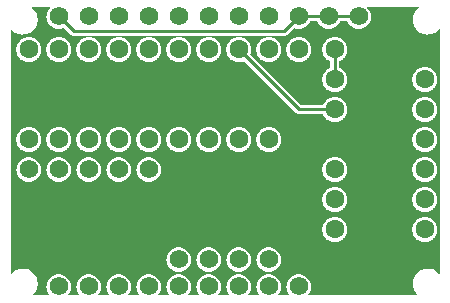
<source format=gbl>
G04 ---------------------------- Layer name :BOTTOM LAYER*
G04 EasyEDA v5.7.22, Tue, 28 Aug 2018 22:53:05 GMT*
G04 1f8b3ca3c2ad4f10b54c6f686152f78d*
G04 Gerber Generator version 0.2*
G04 Scale: 100 percent, Rotated: No, Reflected: No *
G04 Dimensions in millimeters *
G04 leading zeros omitted , absolute positions ,3 integer and 3 decimal *
%FSLAX33Y33*%
%MOMM*%
G90*
G71D02*

%ADD10C,0.254000*%
%ADD11C,1.574800*%
%ADD12C,1.600200*%
%ADD13C,1.575003*%

%LPD*%
G36*
G01X2288Y508D02*
G01X2317Y529D01*
G01X2412Y613D01*
G01X2498Y706D01*
G01X2575Y807D01*
G01X2641Y915D01*
G01X2696Y1029D01*
G01X2739Y1148D01*
G01X2771Y1271D01*
G01X2790Y1397D01*
G01X2796Y1524D01*
G01X2790Y1650D01*
G01X2771Y1776D01*
G01X2739Y1899D01*
G01X2696Y2018D01*
G01X2641Y2132D01*
G01X2575Y2240D01*
G01X2498Y2341D01*
G01X2412Y2434D01*
G01X2317Y2518D01*
G01X2214Y2592D01*
G01X2104Y2656D01*
G01X1988Y2708D01*
G01X1868Y2748D01*
G01X1744Y2777D01*
G01X1619Y2792D01*
G01X1492Y2796D01*
G01X1365Y2786D01*
G01X1240Y2764D01*
G01X1118Y2730D01*
G01X1000Y2683D01*
G01X887Y2626D01*
G01X781Y2557D01*
G01X681Y2478D01*
G01X591Y2389D01*
G01X509Y2292D01*
G01X508Y2289D01*
G01X508Y23110D01*
G01X509Y23107D01*
G01X591Y23010D01*
G01X681Y22921D01*
G01X781Y22842D01*
G01X887Y22773D01*
G01X1000Y22716D01*
G01X1118Y22669D01*
G01X1240Y22635D01*
G01X1365Y22613D01*
G01X1492Y22603D01*
G01X1619Y22607D01*
G01X1744Y22622D01*
G01X1868Y22651D01*
G01X1988Y22691D01*
G01X2104Y22743D01*
G01X2214Y22807D01*
G01X2317Y22881D01*
G01X2412Y22965D01*
G01X2498Y23058D01*
G01X2575Y23159D01*
G01X2641Y23267D01*
G01X2696Y23381D01*
G01X2739Y23500D01*
G01X2771Y23623D01*
G01X2790Y23749D01*
G01X2796Y23876D01*
G01X2790Y24002D01*
G01X2771Y24128D01*
G01X2739Y24251D01*
G01X2696Y24370D01*
G01X2641Y24484D01*
G01X2575Y24592D01*
G01X2498Y24693D01*
G01X2412Y24786D01*
G01X2317Y24870D01*
G01X2288Y24892D01*
G01X3859Y24892D01*
G01X3806Y24840D01*
G01X3739Y24760D01*
G01X3681Y24674D01*
G01X3631Y24582D01*
G01X3591Y24487D01*
G01X3560Y24387D01*
G01X3539Y24285D01*
G01X3529Y24182D01*
G01X3529Y24077D01*
G01X3539Y23974D01*
G01X3560Y23872D01*
G01X3591Y23772D01*
G01X3631Y23677D01*
G01X3681Y23585D01*
G01X3739Y23499D01*
G01X3806Y23419D01*
G01X3881Y23347D01*
G01X3962Y23282D01*
G01X4050Y23225D01*
G01X4142Y23178D01*
G01X4239Y23140D01*
G01X4339Y23112D01*
G01X4442Y23094D01*
G01X4545Y23086D01*
G01X4650Y23088D01*
G01X4753Y23101D01*
G01X4854Y23125D01*
G01X4953Y23158D01*
G01X4988Y23174D01*
G01X5572Y22590D01*
G01X5581Y22581D01*
G01X5591Y22572D01*
G01X5601Y22564D01*
G01X5611Y22556D01*
G01X5622Y22548D01*
G01X5633Y22541D01*
G01X5644Y22534D01*
G01X5655Y22527D01*
G01X5666Y22521D01*
G01X5678Y22515D01*
G01X5690Y22510D01*
G01X5702Y22505D01*
G01X5714Y22500D01*
G01X5726Y22496D01*
G01X5739Y22493D01*
G01X5751Y22489D01*
G01X5764Y22486D01*
G01X5777Y22484D01*
G01X5790Y22482D01*
G01X5803Y22481D01*
G01X5815Y22479D01*
G01X5828Y22479D01*
G01X5842Y22479D01*
G01X23622Y22479D01*
G01X23635Y22479D01*
G01X23648Y22479D01*
G01X23660Y22481D01*
G01X23673Y22482D01*
G01X23686Y22484D01*
G01X23699Y22486D01*
G01X23712Y22489D01*
G01X23724Y22493D01*
G01X23737Y22496D01*
G01X23749Y22500D01*
G01X23761Y22505D01*
G01X23773Y22510D01*
G01X23785Y22515D01*
G01X23797Y22521D01*
G01X23808Y22527D01*
G01X23819Y22534D01*
G01X23830Y22541D01*
G01X23841Y22548D01*
G01X23852Y22556D01*
G01X23862Y22564D01*
G01X23872Y22572D01*
G01X23882Y22581D01*
G01X23891Y22590D01*
G01X24474Y23173D01*
G01X24559Y23140D01*
G01X24659Y23112D01*
G01X24762Y23094D01*
G01X24865Y23086D01*
G01X24970Y23088D01*
G01X25073Y23101D01*
G01X25174Y23125D01*
G01X25273Y23158D01*
G01X25368Y23201D01*
G01X25458Y23253D01*
G01X25542Y23313D01*
G01X25620Y23382D01*
G01X25691Y23458D01*
G01X25754Y23541D01*
G01X25808Y23630D01*
G01X25853Y23724D01*
G01X25862Y23749D01*
G01X26461Y23749D01*
G01X26491Y23677D01*
G01X26541Y23585D01*
G01X26599Y23499D01*
G01X26666Y23419D01*
G01X26741Y23347D01*
G01X26822Y23282D01*
G01X26910Y23225D01*
G01X27002Y23178D01*
G01X27099Y23140D01*
G01X27199Y23112D01*
G01X27302Y23094D01*
G01X27405Y23086D01*
G01X27510Y23088D01*
G01X27613Y23101D01*
G01X27714Y23125D01*
G01X27813Y23158D01*
G01X27908Y23201D01*
G01X27998Y23253D01*
G01X28082Y23313D01*
G01X28160Y23382D01*
G01X28231Y23458D01*
G01X28294Y23541D01*
G01X28348Y23630D01*
G01X28393Y23724D01*
G01X28402Y23749D01*
G01X29001Y23749D01*
G01X29031Y23677D01*
G01X29081Y23585D01*
G01X29139Y23499D01*
G01X29206Y23419D01*
G01X29281Y23347D01*
G01X29362Y23282D01*
G01X29450Y23225D01*
G01X29542Y23178D01*
G01X29639Y23140D01*
G01X29739Y23112D01*
G01X29842Y23094D01*
G01X29945Y23086D01*
G01X30050Y23088D01*
G01X30153Y23101D01*
G01X30254Y23125D01*
G01X30353Y23158D01*
G01X30448Y23201D01*
G01X30538Y23253D01*
G01X30622Y23313D01*
G01X30700Y23382D01*
G01X30771Y23458D01*
G01X30834Y23541D01*
G01X30888Y23630D01*
G01X30933Y23724D01*
G01X30969Y23822D01*
G01X30995Y23923D01*
G01X31010Y24026D01*
G01X31015Y24130D01*
G01X31010Y24233D01*
G01X30995Y24336D01*
G01X30969Y24437D01*
G01X30933Y24535D01*
G01X30888Y24629D01*
G01X30834Y24718D01*
G01X30771Y24801D01*
G01X30700Y24877D01*
G01X30684Y24892D01*
G01X35049Y24892D01*
G01X34971Y24830D01*
G01X34881Y24741D01*
G01X34799Y24644D01*
G01X34728Y24539D01*
G01X34667Y24428D01*
G01X34618Y24311D01*
G01X34580Y24190D01*
G01X34555Y24065D01*
G01X34543Y23939D01*
G01X34543Y23812D01*
G01X34555Y23686D01*
G01X34580Y23561D01*
G01X34618Y23440D01*
G01X34667Y23323D01*
G01X34728Y23212D01*
G01X34799Y23107D01*
G01X34881Y23010D01*
G01X34971Y22921D01*
G01X35071Y22842D01*
G01X35177Y22773D01*
G01X35290Y22716D01*
G01X35408Y22669D01*
G01X35530Y22635D01*
G01X35655Y22613D01*
G01X35782Y22603D01*
G01X35909Y22607D01*
G01X36034Y22622D01*
G01X36158Y22651D01*
G01X36278Y22691D01*
G01X36394Y22743D01*
G01X36504Y22807D01*
G01X36607Y22881D01*
G01X36702Y22965D01*
G01X36788Y23058D01*
G01X36830Y23112D01*
G01X36830Y2287D01*
G01X36788Y2341D01*
G01X36702Y2434D01*
G01X36607Y2518D01*
G01X36504Y2592D01*
G01X36394Y2656D01*
G01X36278Y2708D01*
G01X36158Y2748D01*
G01X36034Y2777D01*
G01X35909Y2792D01*
G01X35782Y2796D01*
G01X35655Y2786D01*
G01X35530Y2764D01*
G01X35408Y2730D01*
G01X35290Y2683D01*
G01X35177Y2626D01*
G01X35071Y2557D01*
G01X34971Y2478D01*
G01X34881Y2389D01*
G01X34799Y2292D01*
G01X34728Y2187D01*
G01X34667Y2076D01*
G01X34618Y1959D01*
G01X34580Y1838D01*
G01X34555Y1713D01*
G01X34543Y1587D01*
G01X34543Y1460D01*
G01X34555Y1334D01*
G01X34580Y1209D01*
G01X34618Y1088D01*
G01X34667Y971D01*
G01X34728Y860D01*
G01X34799Y755D01*
G01X34881Y658D01*
G01X34971Y569D01*
G01X35049Y508D01*
G01X25604Y508D01*
G01X25620Y522D01*
G01X25691Y598D01*
G01X25754Y681D01*
G01X25808Y770D01*
G01X25853Y864D01*
G01X25889Y962D01*
G01X25915Y1063D01*
G01X25930Y1166D01*
G01X25935Y1270D01*
G01X25930Y1373D01*
G01X25915Y1476D01*
G01X25889Y1577D01*
G01X25853Y1675D01*
G01X25808Y1769D01*
G01X25754Y1858D01*
G01X25691Y1941D01*
G01X25620Y2017D01*
G01X25542Y2086D01*
G01X25458Y2146D01*
G01X25368Y2198D01*
G01X25273Y2241D01*
G01X25174Y2274D01*
G01X25073Y2298D01*
G01X24970Y2311D01*
G01X24865Y2313D01*
G01X24762Y2305D01*
G01X24659Y2287D01*
G01X24559Y2259D01*
G01X24462Y2221D01*
G01X24370Y2174D01*
G01X24282Y2117D01*
G01X24201Y2052D01*
G01X24126Y1980D01*
G01X24059Y1900D01*
G01X24001Y1814D01*
G01X23951Y1722D01*
G01X23911Y1627D01*
G01X23880Y1527D01*
G01X23859Y1425D01*
G01X23849Y1322D01*
G01X23849Y1217D01*
G01X23859Y1114D01*
G01X23880Y1012D01*
G01X23911Y912D01*
G01X23951Y817D01*
G01X24001Y725D01*
G01X24059Y639D01*
G01X24126Y559D01*
G01X24179Y508D01*
G01X23064Y508D01*
G01X23080Y522D01*
G01X23151Y598D01*
G01X23214Y681D01*
G01X23268Y770D01*
G01X23313Y864D01*
G01X23349Y962D01*
G01X23375Y1063D01*
G01X23390Y1166D01*
G01X23395Y1270D01*
G01X23390Y1373D01*
G01X23375Y1476D01*
G01X23349Y1577D01*
G01X23313Y1675D01*
G01X23268Y1769D01*
G01X23214Y1858D01*
G01X23151Y1941D01*
G01X23080Y2017D01*
G01X23002Y2086D01*
G01X22918Y2146D01*
G01X22828Y2198D01*
G01X22733Y2241D01*
G01X22634Y2274D01*
G01X22533Y2298D01*
G01X22430Y2311D01*
G01X22325Y2313D01*
G01X22222Y2305D01*
G01X22119Y2287D01*
G01X22019Y2259D01*
G01X21922Y2221D01*
G01X21830Y2174D01*
G01X21742Y2117D01*
G01X21661Y2052D01*
G01X21586Y1980D01*
G01X21519Y1900D01*
G01X21461Y1814D01*
G01X21411Y1722D01*
G01X21371Y1627D01*
G01X21340Y1527D01*
G01X21319Y1425D01*
G01X21309Y1322D01*
G01X21309Y1217D01*
G01X21319Y1114D01*
G01X21340Y1012D01*
G01X21371Y912D01*
G01X21411Y817D01*
G01X21461Y725D01*
G01X21519Y639D01*
G01X21586Y559D01*
G01X21639Y508D01*
G01X20524Y508D01*
G01X20540Y522D01*
G01X20611Y598D01*
G01X20674Y681D01*
G01X20728Y770D01*
G01X20773Y864D01*
G01X20809Y962D01*
G01X20835Y1063D01*
G01X20850Y1166D01*
G01X20855Y1270D01*
G01X20850Y1373D01*
G01X20835Y1476D01*
G01X20809Y1577D01*
G01X20773Y1675D01*
G01X20728Y1769D01*
G01X20674Y1858D01*
G01X20611Y1941D01*
G01X20540Y2017D01*
G01X20462Y2086D01*
G01X20378Y2146D01*
G01X20288Y2198D01*
G01X20193Y2241D01*
G01X20094Y2274D01*
G01X19993Y2298D01*
G01X19890Y2311D01*
G01X19785Y2313D01*
G01X19682Y2305D01*
G01X19579Y2287D01*
G01X19479Y2259D01*
G01X19382Y2221D01*
G01X19290Y2174D01*
G01X19202Y2117D01*
G01X19121Y2052D01*
G01X19046Y1980D01*
G01X18979Y1900D01*
G01X18921Y1814D01*
G01X18871Y1722D01*
G01X18831Y1627D01*
G01X18800Y1527D01*
G01X18779Y1425D01*
G01X18769Y1322D01*
G01X18769Y1217D01*
G01X18779Y1114D01*
G01X18800Y1012D01*
G01X18831Y912D01*
G01X18871Y817D01*
G01X18921Y725D01*
G01X18979Y639D01*
G01X19046Y559D01*
G01X19099Y508D01*
G01X17984Y508D01*
G01X18000Y522D01*
G01X18071Y598D01*
G01X18134Y681D01*
G01X18188Y770D01*
G01X18233Y864D01*
G01X18269Y962D01*
G01X18295Y1063D01*
G01X18310Y1166D01*
G01X18315Y1270D01*
G01X18310Y1373D01*
G01X18295Y1476D01*
G01X18269Y1577D01*
G01X18233Y1675D01*
G01X18188Y1769D01*
G01X18134Y1858D01*
G01X18071Y1941D01*
G01X18000Y2017D01*
G01X17922Y2086D01*
G01X17838Y2146D01*
G01X17748Y2198D01*
G01X17653Y2241D01*
G01X17554Y2274D01*
G01X17453Y2298D01*
G01X17350Y2311D01*
G01X17245Y2313D01*
G01X17142Y2305D01*
G01X17039Y2287D01*
G01X16939Y2259D01*
G01X16842Y2221D01*
G01X16750Y2174D01*
G01X16662Y2117D01*
G01X16581Y2052D01*
G01X16506Y1980D01*
G01X16439Y1900D01*
G01X16381Y1814D01*
G01X16331Y1722D01*
G01X16291Y1627D01*
G01X16260Y1527D01*
G01X16239Y1425D01*
G01X16229Y1322D01*
G01X16229Y1217D01*
G01X16239Y1114D01*
G01X16260Y1012D01*
G01X16291Y912D01*
G01X16331Y817D01*
G01X16381Y725D01*
G01X16439Y639D01*
G01X16506Y559D01*
G01X16559Y508D01*
G01X15444Y508D01*
G01X15460Y522D01*
G01X15531Y598D01*
G01X15594Y681D01*
G01X15648Y770D01*
G01X15693Y864D01*
G01X15729Y962D01*
G01X15755Y1063D01*
G01X15770Y1166D01*
G01X15775Y1270D01*
G01X15770Y1373D01*
G01X15755Y1476D01*
G01X15729Y1577D01*
G01X15693Y1675D01*
G01X15648Y1769D01*
G01X15594Y1858D01*
G01X15531Y1941D01*
G01X15460Y2017D01*
G01X15382Y2086D01*
G01X15298Y2146D01*
G01X15208Y2198D01*
G01X15113Y2241D01*
G01X15014Y2274D01*
G01X14913Y2298D01*
G01X14810Y2311D01*
G01X14705Y2313D01*
G01X14602Y2305D01*
G01X14499Y2287D01*
G01X14399Y2259D01*
G01X14302Y2221D01*
G01X14210Y2174D01*
G01X14122Y2117D01*
G01X14041Y2052D01*
G01X13966Y1980D01*
G01X13899Y1900D01*
G01X13841Y1814D01*
G01X13791Y1722D01*
G01X13751Y1627D01*
G01X13720Y1527D01*
G01X13699Y1425D01*
G01X13689Y1322D01*
G01X13689Y1217D01*
G01X13699Y1114D01*
G01X13720Y1012D01*
G01X13751Y912D01*
G01X13791Y817D01*
G01X13841Y725D01*
G01X13899Y639D01*
G01X13966Y559D01*
G01X14019Y508D01*
G01X12904Y508D01*
G01X12920Y522D01*
G01X12991Y598D01*
G01X13054Y681D01*
G01X13108Y770D01*
G01X13153Y864D01*
G01X13189Y962D01*
G01X13215Y1063D01*
G01X13230Y1166D01*
G01X13235Y1270D01*
G01X13230Y1373D01*
G01X13215Y1476D01*
G01X13189Y1577D01*
G01X13153Y1675D01*
G01X13108Y1769D01*
G01X13054Y1858D01*
G01X12991Y1941D01*
G01X12920Y2017D01*
G01X12842Y2086D01*
G01X12758Y2146D01*
G01X12668Y2198D01*
G01X12573Y2241D01*
G01X12474Y2274D01*
G01X12373Y2298D01*
G01X12270Y2311D01*
G01X12165Y2313D01*
G01X12062Y2305D01*
G01X11959Y2287D01*
G01X11859Y2259D01*
G01X11762Y2221D01*
G01X11670Y2174D01*
G01X11582Y2117D01*
G01X11501Y2052D01*
G01X11426Y1980D01*
G01X11359Y1900D01*
G01X11301Y1814D01*
G01X11251Y1722D01*
G01X11211Y1627D01*
G01X11180Y1527D01*
G01X11159Y1425D01*
G01X11149Y1322D01*
G01X11149Y1217D01*
G01X11159Y1114D01*
G01X11180Y1012D01*
G01X11211Y912D01*
G01X11251Y817D01*
G01X11301Y725D01*
G01X11359Y639D01*
G01X11426Y559D01*
G01X11479Y508D01*
G01X10364Y508D01*
G01X10380Y522D01*
G01X10451Y598D01*
G01X10514Y681D01*
G01X10568Y770D01*
G01X10613Y864D01*
G01X10649Y962D01*
G01X10675Y1063D01*
G01X10690Y1166D01*
G01X10695Y1270D01*
G01X10690Y1373D01*
G01X10675Y1476D01*
G01X10649Y1577D01*
G01X10613Y1675D01*
G01X10568Y1769D01*
G01X10514Y1858D01*
G01X10451Y1941D01*
G01X10380Y2017D01*
G01X10302Y2086D01*
G01X10218Y2146D01*
G01X10128Y2198D01*
G01X10033Y2241D01*
G01X9934Y2274D01*
G01X9833Y2298D01*
G01X9730Y2311D01*
G01X9625Y2313D01*
G01X9522Y2305D01*
G01X9419Y2287D01*
G01X9319Y2259D01*
G01X9222Y2221D01*
G01X9130Y2174D01*
G01X9042Y2117D01*
G01X8961Y2052D01*
G01X8886Y1980D01*
G01X8819Y1900D01*
G01X8761Y1814D01*
G01X8711Y1722D01*
G01X8671Y1627D01*
G01X8640Y1527D01*
G01X8619Y1425D01*
G01X8609Y1322D01*
G01X8609Y1217D01*
G01X8619Y1114D01*
G01X8640Y1012D01*
G01X8671Y912D01*
G01X8711Y817D01*
G01X8761Y725D01*
G01X8819Y639D01*
G01X8886Y559D01*
G01X8939Y508D01*
G01X7824Y508D01*
G01X7840Y522D01*
G01X7911Y598D01*
G01X7974Y681D01*
G01X8028Y770D01*
G01X8073Y864D01*
G01X8109Y962D01*
G01X8135Y1063D01*
G01X8150Y1166D01*
G01X8155Y1270D01*
G01X8150Y1373D01*
G01X8135Y1476D01*
G01X8109Y1577D01*
G01X8073Y1675D01*
G01X8028Y1769D01*
G01X7974Y1858D01*
G01X7911Y1941D01*
G01X7840Y2017D01*
G01X7762Y2086D01*
G01X7678Y2146D01*
G01X7588Y2198D01*
G01X7493Y2241D01*
G01X7394Y2274D01*
G01X7293Y2298D01*
G01X7190Y2311D01*
G01X7085Y2313D01*
G01X6982Y2305D01*
G01X6879Y2287D01*
G01X6779Y2259D01*
G01X6682Y2221D01*
G01X6590Y2174D01*
G01X6502Y2117D01*
G01X6421Y2052D01*
G01X6346Y1980D01*
G01X6279Y1900D01*
G01X6221Y1814D01*
G01X6171Y1722D01*
G01X6131Y1627D01*
G01X6100Y1527D01*
G01X6079Y1425D01*
G01X6069Y1322D01*
G01X6069Y1217D01*
G01X6079Y1114D01*
G01X6100Y1012D01*
G01X6131Y912D01*
G01X6171Y817D01*
G01X6221Y725D01*
G01X6279Y639D01*
G01X6346Y559D01*
G01X6399Y508D01*
G01X5284Y508D01*
G01X5300Y522D01*
G01X5371Y598D01*
G01X5434Y681D01*
G01X5488Y770D01*
G01X5533Y864D01*
G01X5569Y962D01*
G01X5595Y1063D01*
G01X5610Y1166D01*
G01X5615Y1270D01*
G01X5610Y1373D01*
G01X5595Y1476D01*
G01X5569Y1577D01*
G01X5533Y1675D01*
G01X5488Y1769D01*
G01X5434Y1858D01*
G01X5371Y1941D01*
G01X5300Y2017D01*
G01X5222Y2086D01*
G01X5138Y2146D01*
G01X5048Y2198D01*
G01X4953Y2241D01*
G01X4854Y2274D01*
G01X4753Y2298D01*
G01X4650Y2311D01*
G01X4545Y2313D01*
G01X4442Y2305D01*
G01X4339Y2287D01*
G01X4239Y2259D01*
G01X4142Y2221D01*
G01X4050Y2174D01*
G01X3962Y2117D01*
G01X3881Y2052D01*
G01X3806Y1980D01*
G01X3739Y1900D01*
G01X3681Y1814D01*
G01X3631Y1722D01*
G01X3591Y1627D01*
G01X3560Y1527D01*
G01X3539Y1425D01*
G01X3529Y1322D01*
G01X3529Y1217D01*
G01X3539Y1114D01*
G01X3560Y1012D01*
G01X3591Y912D01*
G01X3631Y817D01*
G01X3681Y725D01*
G01X3739Y639D01*
G01X3806Y559D01*
G01X3859Y508D01*
G01X2288Y508D01*
G37*

%LPC*%
G36*
G01X24865Y20279D02*
G01X24970Y20282D01*
G01X25075Y20295D01*
G01X25178Y20318D01*
G01X25278Y20352D01*
G01X25374Y20395D01*
G01X25465Y20448D01*
G01X25550Y20509D01*
G01X25629Y20579D01*
G01X25701Y20656D01*
G01X25765Y20740D01*
G01X25819Y20830D01*
G01X25865Y20925D01*
G01X25901Y21024D01*
G01X25927Y21126D01*
G01X25943Y21230D01*
G01X25948Y21336D01*
G01X25943Y21441D01*
G01X25927Y21545D01*
G01X25901Y21647D01*
G01X25865Y21746D01*
G01X25819Y21841D01*
G01X25765Y21931D01*
G01X25701Y22015D01*
G01X25629Y22092D01*
G01X25550Y22162D01*
G01X25465Y22223D01*
G01X25374Y22276D01*
G01X25278Y22319D01*
G01X25178Y22353D01*
G01X25075Y22376D01*
G01X24970Y22389D01*
G01X24865Y22392D01*
G01X24760Y22384D01*
G01X24656Y22366D01*
G01X24555Y22337D01*
G01X24457Y22299D01*
G01X24363Y22251D01*
G01X24275Y22193D01*
G01X24192Y22128D01*
G01X24117Y22054D01*
G01X24049Y21973D01*
G01X23990Y21886D01*
G01X23940Y21794D01*
G01X23899Y21697D01*
G01X23868Y21596D01*
G01X23847Y21493D01*
G01X23836Y21388D01*
G01X23836Y21283D01*
G01X23847Y21178D01*
G01X23868Y21075D01*
G01X23899Y20974D01*
G01X23940Y20877D01*
G01X23990Y20785D01*
G01X24049Y20698D01*
G01X24117Y20617D01*
G01X24192Y20543D01*
G01X24275Y20478D01*
G01X24363Y20420D01*
G01X24457Y20372D01*
G01X24555Y20334D01*
G01X24656Y20305D01*
G01X24760Y20287D01*
G01X24865Y20279D01*
G37*
G36*
G01X22325Y20279D02*
G01X22430Y20282D01*
G01X22535Y20295D01*
G01X22638Y20318D01*
G01X22738Y20352D01*
G01X22834Y20395D01*
G01X22925Y20448D01*
G01X23010Y20509D01*
G01X23089Y20579D01*
G01X23161Y20656D01*
G01X23225Y20740D01*
G01X23279Y20830D01*
G01X23325Y20925D01*
G01X23361Y21024D01*
G01X23387Y21126D01*
G01X23403Y21230D01*
G01X23408Y21336D01*
G01X23403Y21441D01*
G01X23387Y21545D01*
G01X23361Y21647D01*
G01X23325Y21746D01*
G01X23279Y21841D01*
G01X23225Y21931D01*
G01X23161Y22015D01*
G01X23089Y22092D01*
G01X23010Y22162D01*
G01X22925Y22223D01*
G01X22834Y22276D01*
G01X22738Y22319D01*
G01X22638Y22353D01*
G01X22535Y22376D01*
G01X22430Y22389D01*
G01X22325Y22392D01*
G01X22220Y22384D01*
G01X22116Y22366D01*
G01X22015Y22337D01*
G01X21917Y22299D01*
G01X21823Y22251D01*
G01X21735Y22193D01*
G01X21652Y22128D01*
G01X21577Y22054D01*
G01X21509Y21973D01*
G01X21450Y21886D01*
G01X21400Y21794D01*
G01X21359Y21697D01*
G01X21328Y21596D01*
G01X21307Y21493D01*
G01X21296Y21388D01*
G01X21296Y21283D01*
G01X21307Y21178D01*
G01X21328Y21075D01*
G01X21359Y20974D01*
G01X21400Y20877D01*
G01X21450Y20785D01*
G01X21509Y20698D01*
G01X21577Y20617D01*
G01X21652Y20543D01*
G01X21735Y20478D01*
G01X21823Y20420D01*
G01X21917Y20372D01*
G01X22015Y20334D01*
G01X22116Y20305D01*
G01X22220Y20287D01*
G01X22325Y20279D01*
G37*
G36*
G01X17245Y20279D02*
G01X17350Y20282D01*
G01X17455Y20295D01*
G01X17558Y20318D01*
G01X17658Y20352D01*
G01X17754Y20395D01*
G01X17845Y20448D01*
G01X17930Y20509D01*
G01X18009Y20579D01*
G01X18081Y20656D01*
G01X18145Y20740D01*
G01X18199Y20830D01*
G01X18245Y20925D01*
G01X18281Y21024D01*
G01X18307Y21126D01*
G01X18323Y21230D01*
G01X18328Y21336D01*
G01X18323Y21441D01*
G01X18307Y21545D01*
G01X18281Y21647D01*
G01X18245Y21746D01*
G01X18199Y21841D01*
G01X18145Y21931D01*
G01X18081Y22015D01*
G01X18009Y22092D01*
G01X17930Y22162D01*
G01X17845Y22223D01*
G01X17754Y22276D01*
G01X17658Y22319D01*
G01X17558Y22353D01*
G01X17455Y22376D01*
G01X17350Y22389D01*
G01X17245Y22392D01*
G01X17140Y22384D01*
G01X17036Y22366D01*
G01X16935Y22337D01*
G01X16837Y22299D01*
G01X16743Y22251D01*
G01X16655Y22193D01*
G01X16572Y22128D01*
G01X16497Y22054D01*
G01X16429Y21973D01*
G01X16370Y21886D01*
G01X16320Y21794D01*
G01X16279Y21697D01*
G01X16248Y21596D01*
G01X16227Y21493D01*
G01X16216Y21388D01*
G01X16216Y21283D01*
G01X16227Y21178D01*
G01X16248Y21075D01*
G01X16279Y20974D01*
G01X16320Y20877D01*
G01X16370Y20785D01*
G01X16429Y20698D01*
G01X16497Y20617D01*
G01X16572Y20543D01*
G01X16655Y20478D01*
G01X16743Y20420D01*
G01X16837Y20372D01*
G01X16935Y20334D01*
G01X17036Y20305D01*
G01X17140Y20287D01*
G01X17245Y20279D01*
G37*
G36*
G01X14705Y20279D02*
G01X14810Y20282D01*
G01X14915Y20295D01*
G01X15018Y20318D01*
G01X15118Y20352D01*
G01X15214Y20395D01*
G01X15305Y20448D01*
G01X15390Y20509D01*
G01X15469Y20579D01*
G01X15541Y20656D01*
G01X15605Y20740D01*
G01X15659Y20830D01*
G01X15705Y20925D01*
G01X15741Y21024D01*
G01X15767Y21126D01*
G01X15783Y21230D01*
G01X15788Y21336D01*
G01X15783Y21441D01*
G01X15767Y21545D01*
G01X15741Y21647D01*
G01X15705Y21746D01*
G01X15659Y21841D01*
G01X15605Y21931D01*
G01X15541Y22015D01*
G01X15469Y22092D01*
G01X15390Y22162D01*
G01X15305Y22223D01*
G01X15214Y22276D01*
G01X15118Y22319D01*
G01X15018Y22353D01*
G01X14915Y22376D01*
G01X14810Y22389D01*
G01X14705Y22392D01*
G01X14600Y22384D01*
G01X14496Y22366D01*
G01X14395Y22337D01*
G01X14297Y22299D01*
G01X14203Y22251D01*
G01X14115Y22193D01*
G01X14032Y22128D01*
G01X13957Y22054D01*
G01X13889Y21973D01*
G01X13830Y21886D01*
G01X13780Y21794D01*
G01X13739Y21697D01*
G01X13708Y21596D01*
G01X13687Y21493D01*
G01X13676Y21388D01*
G01X13676Y21283D01*
G01X13687Y21178D01*
G01X13708Y21075D01*
G01X13739Y20974D01*
G01X13780Y20877D01*
G01X13830Y20785D01*
G01X13889Y20698D01*
G01X13957Y20617D01*
G01X14032Y20543D01*
G01X14115Y20478D01*
G01X14203Y20420D01*
G01X14297Y20372D01*
G01X14395Y20334D01*
G01X14496Y20305D01*
G01X14600Y20287D01*
G01X14705Y20279D01*
G37*
G36*
G01X12165Y20279D02*
G01X12270Y20282D01*
G01X12375Y20295D01*
G01X12478Y20318D01*
G01X12578Y20352D01*
G01X12674Y20395D01*
G01X12765Y20448D01*
G01X12850Y20509D01*
G01X12929Y20579D01*
G01X13001Y20656D01*
G01X13065Y20740D01*
G01X13119Y20830D01*
G01X13165Y20925D01*
G01X13201Y21024D01*
G01X13227Y21126D01*
G01X13243Y21230D01*
G01X13248Y21336D01*
G01X13243Y21441D01*
G01X13227Y21545D01*
G01X13201Y21647D01*
G01X13165Y21746D01*
G01X13119Y21841D01*
G01X13065Y21931D01*
G01X13001Y22015D01*
G01X12929Y22092D01*
G01X12850Y22162D01*
G01X12765Y22223D01*
G01X12674Y22276D01*
G01X12578Y22319D01*
G01X12478Y22353D01*
G01X12375Y22376D01*
G01X12270Y22389D01*
G01X12165Y22392D01*
G01X12060Y22384D01*
G01X11956Y22366D01*
G01X11855Y22337D01*
G01X11757Y22299D01*
G01X11663Y22251D01*
G01X11575Y22193D01*
G01X11492Y22128D01*
G01X11417Y22054D01*
G01X11349Y21973D01*
G01X11290Y21886D01*
G01X11240Y21794D01*
G01X11199Y21697D01*
G01X11168Y21596D01*
G01X11147Y21493D01*
G01X11136Y21388D01*
G01X11136Y21283D01*
G01X11147Y21178D01*
G01X11168Y21075D01*
G01X11199Y20974D01*
G01X11240Y20877D01*
G01X11290Y20785D01*
G01X11349Y20698D01*
G01X11417Y20617D01*
G01X11492Y20543D01*
G01X11575Y20478D01*
G01X11663Y20420D01*
G01X11757Y20372D01*
G01X11855Y20334D01*
G01X11956Y20305D01*
G01X12060Y20287D01*
G01X12165Y20279D01*
G37*
G36*
G01X9625Y20279D02*
G01X9730Y20282D01*
G01X9835Y20295D01*
G01X9938Y20318D01*
G01X10038Y20352D01*
G01X10134Y20395D01*
G01X10225Y20448D01*
G01X10310Y20509D01*
G01X10389Y20579D01*
G01X10461Y20656D01*
G01X10525Y20740D01*
G01X10579Y20830D01*
G01X10625Y20925D01*
G01X10661Y21024D01*
G01X10687Y21126D01*
G01X10703Y21230D01*
G01X10708Y21336D01*
G01X10703Y21441D01*
G01X10687Y21545D01*
G01X10661Y21647D01*
G01X10625Y21746D01*
G01X10579Y21841D01*
G01X10525Y21931D01*
G01X10461Y22015D01*
G01X10389Y22092D01*
G01X10310Y22162D01*
G01X10225Y22223D01*
G01X10134Y22276D01*
G01X10038Y22319D01*
G01X9938Y22353D01*
G01X9835Y22376D01*
G01X9730Y22389D01*
G01X9625Y22392D01*
G01X9520Y22384D01*
G01X9416Y22366D01*
G01X9315Y22337D01*
G01X9217Y22299D01*
G01X9123Y22251D01*
G01X9035Y22193D01*
G01X8952Y22128D01*
G01X8877Y22054D01*
G01X8809Y21973D01*
G01X8750Y21886D01*
G01X8700Y21794D01*
G01X8659Y21697D01*
G01X8628Y21596D01*
G01X8607Y21493D01*
G01X8596Y21388D01*
G01X8596Y21283D01*
G01X8607Y21178D01*
G01X8628Y21075D01*
G01X8659Y20974D01*
G01X8700Y20877D01*
G01X8750Y20785D01*
G01X8809Y20698D01*
G01X8877Y20617D01*
G01X8952Y20543D01*
G01X9035Y20478D01*
G01X9123Y20420D01*
G01X9217Y20372D01*
G01X9315Y20334D01*
G01X9416Y20305D01*
G01X9520Y20287D01*
G01X9625Y20279D01*
G37*
G36*
G01X7085Y20279D02*
G01X7190Y20282D01*
G01X7295Y20295D01*
G01X7398Y20318D01*
G01X7498Y20352D01*
G01X7594Y20395D01*
G01X7685Y20448D01*
G01X7770Y20509D01*
G01X7849Y20579D01*
G01X7921Y20656D01*
G01X7985Y20740D01*
G01X8039Y20830D01*
G01X8085Y20925D01*
G01X8121Y21024D01*
G01X8147Y21126D01*
G01X8163Y21230D01*
G01X8168Y21336D01*
G01X8163Y21441D01*
G01X8147Y21545D01*
G01X8121Y21647D01*
G01X8085Y21746D01*
G01X8039Y21841D01*
G01X7985Y21931D01*
G01X7921Y22015D01*
G01X7849Y22092D01*
G01X7770Y22162D01*
G01X7685Y22223D01*
G01X7594Y22276D01*
G01X7498Y22319D01*
G01X7398Y22353D01*
G01X7295Y22376D01*
G01X7190Y22389D01*
G01X7085Y22392D01*
G01X6980Y22384D01*
G01X6876Y22366D01*
G01X6775Y22337D01*
G01X6677Y22299D01*
G01X6583Y22251D01*
G01X6495Y22193D01*
G01X6412Y22128D01*
G01X6337Y22054D01*
G01X6269Y21973D01*
G01X6210Y21886D01*
G01X6160Y21794D01*
G01X6119Y21697D01*
G01X6088Y21596D01*
G01X6067Y21493D01*
G01X6056Y21388D01*
G01X6056Y21283D01*
G01X6067Y21178D01*
G01X6088Y21075D01*
G01X6119Y20974D01*
G01X6160Y20877D01*
G01X6210Y20785D01*
G01X6269Y20698D01*
G01X6337Y20617D01*
G01X6412Y20543D01*
G01X6495Y20478D01*
G01X6583Y20420D01*
G01X6677Y20372D01*
G01X6775Y20334D01*
G01X6876Y20305D01*
G01X6980Y20287D01*
G01X7085Y20279D01*
G37*
G36*
G01X4545Y20279D02*
G01X4650Y20282D01*
G01X4755Y20295D01*
G01X4858Y20318D01*
G01X4958Y20352D01*
G01X5054Y20395D01*
G01X5145Y20448D01*
G01X5230Y20509D01*
G01X5309Y20579D01*
G01X5381Y20656D01*
G01X5445Y20740D01*
G01X5499Y20830D01*
G01X5545Y20925D01*
G01X5581Y21024D01*
G01X5607Y21126D01*
G01X5623Y21230D01*
G01X5628Y21336D01*
G01X5623Y21441D01*
G01X5607Y21545D01*
G01X5581Y21647D01*
G01X5545Y21746D01*
G01X5499Y21841D01*
G01X5445Y21931D01*
G01X5381Y22015D01*
G01X5309Y22092D01*
G01X5230Y22162D01*
G01X5145Y22223D01*
G01X5054Y22276D01*
G01X4958Y22319D01*
G01X4858Y22353D01*
G01X4755Y22376D01*
G01X4650Y22389D01*
G01X4545Y22392D01*
G01X4440Y22384D01*
G01X4336Y22366D01*
G01X4235Y22337D01*
G01X4137Y22299D01*
G01X4043Y22251D01*
G01X3955Y22193D01*
G01X3872Y22128D01*
G01X3797Y22054D01*
G01X3729Y21973D01*
G01X3670Y21886D01*
G01X3620Y21794D01*
G01X3579Y21697D01*
G01X3548Y21596D01*
G01X3527Y21493D01*
G01X3516Y21388D01*
G01X3516Y21283D01*
G01X3527Y21178D01*
G01X3548Y21075D01*
G01X3579Y20974D01*
G01X3620Y20877D01*
G01X3670Y20785D01*
G01X3729Y20698D01*
G01X3797Y20617D01*
G01X3872Y20543D01*
G01X3955Y20478D01*
G01X4043Y20420D01*
G01X4137Y20372D01*
G01X4235Y20334D01*
G01X4336Y20305D01*
G01X4440Y20287D01*
G01X4545Y20279D01*
G37*
G36*
G01X2005Y20279D02*
G01X2110Y20282D01*
G01X2215Y20295D01*
G01X2318Y20318D01*
G01X2418Y20352D01*
G01X2514Y20395D01*
G01X2605Y20448D01*
G01X2690Y20509D01*
G01X2769Y20579D01*
G01X2841Y20656D01*
G01X2905Y20740D01*
G01X2959Y20830D01*
G01X3005Y20925D01*
G01X3041Y21024D01*
G01X3067Y21126D01*
G01X3083Y21230D01*
G01X3088Y21336D01*
G01X3083Y21441D01*
G01X3067Y21545D01*
G01X3041Y21647D01*
G01X3005Y21746D01*
G01X2959Y21841D01*
G01X2905Y21931D01*
G01X2841Y22015D01*
G01X2769Y22092D01*
G01X2690Y22162D01*
G01X2605Y22223D01*
G01X2514Y22276D01*
G01X2418Y22319D01*
G01X2318Y22353D01*
G01X2215Y22376D01*
G01X2110Y22389D01*
G01X2005Y22392D01*
G01X1900Y22384D01*
G01X1796Y22366D01*
G01X1695Y22337D01*
G01X1597Y22299D01*
G01X1503Y22251D01*
G01X1415Y22193D01*
G01X1332Y22128D01*
G01X1257Y22054D01*
G01X1189Y21973D01*
G01X1130Y21886D01*
G01X1080Y21794D01*
G01X1039Y21697D01*
G01X1008Y21596D01*
G01X987Y21493D01*
G01X976Y21388D01*
G01X976Y21283D01*
G01X987Y21178D01*
G01X1008Y21075D01*
G01X1039Y20974D01*
G01X1080Y20877D01*
G01X1130Y20785D01*
G01X1189Y20698D01*
G01X1257Y20617D01*
G01X1332Y20543D01*
G01X1415Y20478D01*
G01X1503Y20420D01*
G01X1597Y20372D01*
G01X1695Y20334D01*
G01X1796Y20305D01*
G01X1900Y20287D01*
G01X2005Y20279D01*
G37*
G36*
G01X35533Y17739D02*
G01X35638Y17742D01*
G01X35743Y17755D01*
G01X35846Y17778D01*
G01X35946Y17812D01*
G01X36042Y17855D01*
G01X36133Y17908D01*
G01X36218Y17969D01*
G01X36297Y18039D01*
G01X36369Y18116D01*
G01X36433Y18200D01*
G01X36487Y18290D01*
G01X36533Y18385D01*
G01X36569Y18484D01*
G01X36595Y18586D01*
G01X36611Y18690D01*
G01X36616Y18796D01*
G01X36611Y18901D01*
G01X36595Y19005D01*
G01X36569Y19107D01*
G01X36533Y19206D01*
G01X36487Y19301D01*
G01X36433Y19391D01*
G01X36369Y19475D01*
G01X36297Y19552D01*
G01X36218Y19622D01*
G01X36133Y19683D01*
G01X36042Y19736D01*
G01X35946Y19779D01*
G01X35846Y19813D01*
G01X35743Y19836D01*
G01X35638Y19849D01*
G01X35533Y19852D01*
G01X35428Y19844D01*
G01X35324Y19826D01*
G01X35223Y19797D01*
G01X35125Y19759D01*
G01X35031Y19711D01*
G01X34943Y19653D01*
G01X34860Y19588D01*
G01X34785Y19514D01*
G01X34717Y19433D01*
G01X34658Y19346D01*
G01X34608Y19254D01*
G01X34567Y19157D01*
G01X34536Y19056D01*
G01X34515Y18953D01*
G01X34504Y18848D01*
G01X34504Y18743D01*
G01X34515Y18638D01*
G01X34536Y18535D01*
G01X34567Y18434D01*
G01X34608Y18337D01*
G01X34658Y18245D01*
G01X34717Y18158D01*
G01X34785Y18077D01*
G01X34860Y18003D01*
G01X34943Y17938D01*
G01X35031Y17880D01*
G01X35125Y17832D01*
G01X35223Y17794D01*
G01X35324Y17765D01*
G01X35428Y17747D01*
G01X35533Y17739D01*
G37*
G36*
G01X27913Y17739D02*
G01X28018Y17742D01*
G01X28123Y17755D01*
G01X28226Y17778D01*
G01X28326Y17812D01*
G01X28422Y17855D01*
G01X28513Y17908D01*
G01X28598Y17969D01*
G01X28677Y18039D01*
G01X28749Y18116D01*
G01X28813Y18200D01*
G01X28867Y18290D01*
G01X28913Y18385D01*
G01X28949Y18484D01*
G01X28975Y18586D01*
G01X28991Y18690D01*
G01X28996Y18796D01*
G01X28991Y18901D01*
G01X28975Y19005D01*
G01X28949Y19107D01*
G01X28913Y19206D01*
G01X28867Y19301D01*
G01X28813Y19391D01*
G01X28749Y19475D01*
G01X28677Y19552D01*
G01X28598Y19622D01*
G01X28513Y19683D01*
G01X28422Y19736D01*
G01X28326Y19779D01*
G01X28321Y19781D01*
G01X28321Y20350D01*
G01X28326Y20352D01*
G01X28422Y20395D01*
G01X28513Y20448D01*
G01X28598Y20509D01*
G01X28677Y20579D01*
G01X28749Y20656D01*
G01X28813Y20740D01*
G01X28867Y20830D01*
G01X28913Y20925D01*
G01X28949Y21024D01*
G01X28975Y21126D01*
G01X28991Y21230D01*
G01X28996Y21336D01*
G01X28991Y21441D01*
G01X28975Y21545D01*
G01X28949Y21647D01*
G01X28913Y21746D01*
G01X28867Y21841D01*
G01X28813Y21931D01*
G01X28749Y22015D01*
G01X28677Y22092D01*
G01X28598Y22162D01*
G01X28513Y22223D01*
G01X28422Y22276D01*
G01X28326Y22319D01*
G01X28226Y22353D01*
G01X28123Y22376D01*
G01X28018Y22389D01*
G01X27913Y22392D01*
G01X27808Y22384D01*
G01X27704Y22366D01*
G01X27603Y22337D01*
G01X27505Y22299D01*
G01X27411Y22251D01*
G01X27323Y22193D01*
G01X27240Y22128D01*
G01X27165Y22054D01*
G01X27097Y21973D01*
G01X27038Y21886D01*
G01X26988Y21794D01*
G01X26947Y21697D01*
G01X26916Y21596D01*
G01X26895Y21493D01*
G01X26884Y21388D01*
G01X26884Y21283D01*
G01X26895Y21178D01*
G01X26916Y21075D01*
G01X26947Y20974D01*
G01X26988Y20877D01*
G01X27038Y20785D01*
G01X27097Y20698D01*
G01X27165Y20617D01*
G01X27240Y20543D01*
G01X27323Y20478D01*
G01X27411Y20420D01*
G01X27505Y20372D01*
G01X27559Y20351D01*
G01X27559Y19780D01*
G01X27505Y19759D01*
G01X27411Y19711D01*
G01X27323Y19653D01*
G01X27240Y19588D01*
G01X27165Y19514D01*
G01X27097Y19433D01*
G01X27038Y19346D01*
G01X26988Y19254D01*
G01X26947Y19157D01*
G01X26916Y19056D01*
G01X26895Y18953D01*
G01X26884Y18848D01*
G01X26884Y18743D01*
G01X26895Y18638D01*
G01X26916Y18535D01*
G01X26947Y18434D01*
G01X26988Y18337D01*
G01X27038Y18245D01*
G01X27097Y18158D01*
G01X27165Y18077D01*
G01X27240Y18003D01*
G01X27323Y17938D01*
G01X27411Y17880D01*
G01X27505Y17832D01*
G01X27603Y17794D01*
G01X27704Y17765D01*
G01X27808Y17747D01*
G01X27913Y17739D01*
G37*
G36*
G01X35533Y15199D02*
G01X35638Y15202D01*
G01X35743Y15215D01*
G01X35846Y15238D01*
G01X35946Y15272D01*
G01X36042Y15315D01*
G01X36133Y15368D01*
G01X36218Y15429D01*
G01X36297Y15499D01*
G01X36369Y15576D01*
G01X36433Y15660D01*
G01X36487Y15750D01*
G01X36533Y15845D01*
G01X36569Y15944D01*
G01X36595Y16046D01*
G01X36611Y16150D01*
G01X36616Y16256D01*
G01X36611Y16361D01*
G01X36595Y16465D01*
G01X36569Y16567D01*
G01X36533Y16666D01*
G01X36487Y16761D01*
G01X36433Y16851D01*
G01X36369Y16935D01*
G01X36297Y17012D01*
G01X36218Y17082D01*
G01X36133Y17143D01*
G01X36042Y17196D01*
G01X35946Y17239D01*
G01X35846Y17273D01*
G01X35743Y17296D01*
G01X35638Y17309D01*
G01X35533Y17312D01*
G01X35428Y17304D01*
G01X35324Y17286D01*
G01X35223Y17257D01*
G01X35125Y17219D01*
G01X35031Y17171D01*
G01X34943Y17113D01*
G01X34860Y17048D01*
G01X34785Y16974D01*
G01X34717Y16893D01*
G01X34658Y16806D01*
G01X34608Y16714D01*
G01X34567Y16617D01*
G01X34536Y16516D01*
G01X34515Y16413D01*
G01X34504Y16308D01*
G01X34504Y16203D01*
G01X34515Y16098D01*
G01X34536Y15995D01*
G01X34567Y15894D01*
G01X34608Y15797D01*
G01X34658Y15705D01*
G01X34717Y15618D01*
G01X34785Y15537D01*
G01X34860Y15463D01*
G01X34943Y15398D01*
G01X35031Y15340D01*
G01X35125Y15292D01*
G01X35223Y15254D01*
G01X35324Y15225D01*
G01X35428Y15207D01*
G01X35533Y15199D01*
G37*
G36*
G01X22325Y2512D02*
G01X22430Y2514D01*
G01X22533Y2527D01*
G01X22634Y2550D01*
G01X22733Y2584D01*
G01X22828Y2626D01*
G01X22918Y2678D01*
G01X23002Y2739D01*
G01X23080Y2808D01*
G01X23151Y2884D01*
G01X23214Y2967D01*
G01X23268Y3056D01*
G01X23314Y3150D01*
G01X23349Y3248D01*
G01X23375Y3349D01*
G01X23390Y3452D01*
G01X23396Y3556D01*
G01X23390Y3659D01*
G01X23375Y3762D01*
G01X23349Y3863D01*
G01X23314Y3961D01*
G01X23268Y4055D01*
G01X23214Y4144D01*
G01X23151Y4227D01*
G01X23080Y4303D01*
G01X23002Y4372D01*
G01X22918Y4433D01*
G01X22828Y4485D01*
G01X22733Y4527D01*
G01X22634Y4561D01*
G01X22533Y4584D01*
G01X22430Y4597D01*
G01X22325Y4599D01*
G01X22222Y4591D01*
G01X22119Y4573D01*
G01X22019Y4545D01*
G01X21922Y4507D01*
G01X21829Y4460D01*
G01X21742Y4403D01*
G01X21661Y4338D01*
G01X21586Y4266D01*
G01X21519Y4186D01*
G01X21461Y4100D01*
G01X21411Y4008D01*
G01X21370Y3913D01*
G01X21340Y3813D01*
G01X21319Y3711D01*
G01X21309Y3608D01*
G01X21309Y3503D01*
G01X21319Y3400D01*
G01X21340Y3298D01*
G01X21370Y3198D01*
G01X21411Y3103D01*
G01X21461Y3011D01*
G01X21519Y2925D01*
G01X21586Y2845D01*
G01X21661Y2773D01*
G01X21742Y2708D01*
G01X21829Y2651D01*
G01X21922Y2604D01*
G01X22019Y2566D01*
G01X22119Y2538D01*
G01X22222Y2520D01*
G01X22325Y2512D01*
G37*
G36*
G01X19785Y2512D02*
G01X19890Y2514D01*
G01X19993Y2527D01*
G01X20094Y2550D01*
G01X20193Y2584D01*
G01X20288Y2626D01*
G01X20378Y2678D01*
G01X20462Y2739D01*
G01X20540Y2808D01*
G01X20611Y2884D01*
G01X20674Y2967D01*
G01X20728Y3056D01*
G01X20774Y3150D01*
G01X20809Y3248D01*
G01X20835Y3349D01*
G01X20850Y3452D01*
G01X20856Y3556D01*
G01X20850Y3659D01*
G01X20835Y3762D01*
G01X20809Y3863D01*
G01X20774Y3961D01*
G01X20728Y4055D01*
G01X20674Y4144D01*
G01X20611Y4227D01*
G01X20540Y4303D01*
G01X20462Y4372D01*
G01X20378Y4433D01*
G01X20288Y4485D01*
G01X20193Y4527D01*
G01X20094Y4561D01*
G01X19993Y4584D01*
G01X19890Y4597D01*
G01X19785Y4599D01*
G01X19682Y4591D01*
G01X19579Y4573D01*
G01X19479Y4545D01*
G01X19382Y4507D01*
G01X19289Y4460D01*
G01X19202Y4403D01*
G01X19121Y4338D01*
G01X19046Y4266D01*
G01X18979Y4186D01*
G01X18921Y4100D01*
G01X18871Y4008D01*
G01X18830Y3913D01*
G01X18800Y3813D01*
G01X18779Y3711D01*
G01X18769Y3608D01*
G01X18769Y3503D01*
G01X18779Y3400D01*
G01X18800Y3298D01*
G01X18830Y3198D01*
G01X18871Y3103D01*
G01X18921Y3011D01*
G01X18979Y2925D01*
G01X19046Y2845D01*
G01X19121Y2773D01*
G01X19202Y2708D01*
G01X19289Y2651D01*
G01X19382Y2604D01*
G01X19479Y2566D01*
G01X19579Y2538D01*
G01X19682Y2520D01*
G01X19785Y2512D01*
G37*
G36*
G01X17245Y2512D02*
G01X17350Y2514D01*
G01X17453Y2527D01*
G01X17554Y2550D01*
G01X17653Y2584D01*
G01X17748Y2626D01*
G01X17838Y2678D01*
G01X17922Y2739D01*
G01X18000Y2808D01*
G01X18071Y2884D01*
G01X18134Y2967D01*
G01X18188Y3056D01*
G01X18234Y3150D01*
G01X18269Y3248D01*
G01X18295Y3349D01*
G01X18310Y3452D01*
G01X18316Y3556D01*
G01X18310Y3659D01*
G01X18295Y3762D01*
G01X18269Y3863D01*
G01X18234Y3961D01*
G01X18188Y4055D01*
G01X18134Y4144D01*
G01X18071Y4227D01*
G01X18000Y4303D01*
G01X17922Y4372D01*
G01X17838Y4433D01*
G01X17748Y4485D01*
G01X17653Y4527D01*
G01X17554Y4561D01*
G01X17453Y4584D01*
G01X17350Y4597D01*
G01X17245Y4599D01*
G01X17142Y4591D01*
G01X17039Y4573D01*
G01X16939Y4545D01*
G01X16842Y4507D01*
G01X16749Y4460D01*
G01X16662Y4403D01*
G01X16581Y4338D01*
G01X16506Y4266D01*
G01X16439Y4186D01*
G01X16381Y4100D01*
G01X16331Y4008D01*
G01X16290Y3913D01*
G01X16260Y3813D01*
G01X16239Y3711D01*
G01X16229Y3608D01*
G01X16229Y3503D01*
G01X16239Y3400D01*
G01X16260Y3298D01*
G01X16290Y3198D01*
G01X16331Y3103D01*
G01X16381Y3011D01*
G01X16439Y2925D01*
G01X16506Y2845D01*
G01X16581Y2773D01*
G01X16662Y2708D01*
G01X16749Y2651D01*
G01X16842Y2604D01*
G01X16939Y2566D01*
G01X17039Y2538D01*
G01X17142Y2520D01*
G01X17245Y2512D01*
G37*
G36*
G01X14705Y2512D02*
G01X14810Y2514D01*
G01X14913Y2527D01*
G01X15014Y2550D01*
G01X15113Y2584D01*
G01X15208Y2626D01*
G01X15298Y2678D01*
G01X15382Y2739D01*
G01X15460Y2808D01*
G01X15531Y2884D01*
G01X15594Y2967D01*
G01X15648Y3056D01*
G01X15694Y3150D01*
G01X15729Y3248D01*
G01X15755Y3349D01*
G01X15770Y3452D01*
G01X15776Y3556D01*
G01X15770Y3659D01*
G01X15755Y3762D01*
G01X15729Y3863D01*
G01X15694Y3961D01*
G01X15648Y4055D01*
G01X15594Y4144D01*
G01X15531Y4227D01*
G01X15460Y4303D01*
G01X15382Y4372D01*
G01X15298Y4433D01*
G01X15208Y4485D01*
G01X15113Y4527D01*
G01X15014Y4561D01*
G01X14913Y4584D01*
G01X14810Y4597D01*
G01X14705Y4599D01*
G01X14602Y4591D01*
G01X14499Y4573D01*
G01X14399Y4545D01*
G01X14302Y4507D01*
G01X14209Y4460D01*
G01X14122Y4403D01*
G01X14041Y4338D01*
G01X13966Y4266D01*
G01X13899Y4186D01*
G01X13841Y4100D01*
G01X13791Y4008D01*
G01X13750Y3913D01*
G01X13720Y3813D01*
G01X13699Y3711D01*
G01X13689Y3608D01*
G01X13689Y3503D01*
G01X13699Y3400D01*
G01X13720Y3298D01*
G01X13750Y3198D01*
G01X13791Y3103D01*
G01X13841Y3011D01*
G01X13899Y2925D01*
G01X13966Y2845D01*
G01X14041Y2773D01*
G01X14122Y2708D01*
G01X14209Y2651D01*
G01X14302Y2604D01*
G01X14399Y2566D01*
G01X14499Y2538D01*
G01X14602Y2520D01*
G01X14705Y2512D01*
G37*
G36*
G01X27913Y5039D02*
G01X28018Y5042D01*
G01X28123Y5055D01*
G01X28226Y5078D01*
G01X28326Y5112D01*
G01X28422Y5155D01*
G01X28513Y5208D01*
G01X28598Y5269D01*
G01X28677Y5339D01*
G01X28749Y5416D01*
G01X28813Y5500D01*
G01X28867Y5590D01*
G01X28913Y5685D01*
G01X28949Y5784D01*
G01X28975Y5886D01*
G01X28991Y5990D01*
G01X28996Y6096D01*
G01X28991Y6201D01*
G01X28975Y6305D01*
G01X28949Y6407D01*
G01X28913Y6506D01*
G01X28867Y6601D01*
G01X28813Y6691D01*
G01X28749Y6775D01*
G01X28677Y6852D01*
G01X28598Y6922D01*
G01X28513Y6983D01*
G01X28422Y7036D01*
G01X28326Y7079D01*
G01X28226Y7113D01*
G01X28123Y7136D01*
G01X28018Y7149D01*
G01X27913Y7152D01*
G01X27808Y7144D01*
G01X27704Y7126D01*
G01X27603Y7097D01*
G01X27505Y7059D01*
G01X27411Y7011D01*
G01X27323Y6953D01*
G01X27240Y6888D01*
G01X27165Y6814D01*
G01X27097Y6733D01*
G01X27038Y6646D01*
G01X26988Y6554D01*
G01X26947Y6457D01*
G01X26916Y6356D01*
G01X26895Y6253D01*
G01X26884Y6148D01*
G01X26884Y6043D01*
G01X26895Y5938D01*
G01X26916Y5835D01*
G01X26947Y5734D01*
G01X26988Y5637D01*
G01X27038Y5545D01*
G01X27097Y5458D01*
G01X27165Y5377D01*
G01X27240Y5303D01*
G01X27323Y5238D01*
G01X27411Y5180D01*
G01X27505Y5132D01*
G01X27603Y5094D01*
G01X27704Y5065D01*
G01X27808Y5047D01*
G01X27913Y5039D01*
G37*
G36*
G01X35533Y5039D02*
G01X35638Y5042D01*
G01X35743Y5055D01*
G01X35846Y5078D01*
G01X35946Y5112D01*
G01X36042Y5155D01*
G01X36133Y5208D01*
G01X36218Y5269D01*
G01X36297Y5339D01*
G01X36369Y5416D01*
G01X36433Y5500D01*
G01X36487Y5590D01*
G01X36533Y5685D01*
G01X36569Y5784D01*
G01X36595Y5886D01*
G01X36611Y5990D01*
G01X36616Y6096D01*
G01X36611Y6201D01*
G01X36595Y6305D01*
G01X36569Y6407D01*
G01X36533Y6506D01*
G01X36487Y6601D01*
G01X36433Y6691D01*
G01X36369Y6775D01*
G01X36297Y6852D01*
G01X36218Y6922D01*
G01X36133Y6983D01*
G01X36042Y7036D01*
G01X35946Y7079D01*
G01X35846Y7113D01*
G01X35743Y7136D01*
G01X35638Y7149D01*
G01X35533Y7152D01*
G01X35428Y7144D01*
G01X35324Y7126D01*
G01X35223Y7097D01*
G01X35125Y7059D01*
G01X35031Y7011D01*
G01X34943Y6953D01*
G01X34860Y6888D01*
G01X34785Y6814D01*
G01X34717Y6733D01*
G01X34658Y6646D01*
G01X34608Y6554D01*
G01X34567Y6457D01*
G01X34536Y6356D01*
G01X34515Y6253D01*
G01X34504Y6148D01*
G01X34504Y6043D01*
G01X34515Y5938D01*
G01X34536Y5835D01*
G01X34567Y5734D01*
G01X34608Y5637D01*
G01X34658Y5545D01*
G01X34717Y5458D01*
G01X34785Y5377D01*
G01X34860Y5303D01*
G01X34943Y5238D01*
G01X35031Y5180D01*
G01X35125Y5132D01*
G01X35223Y5094D01*
G01X35324Y5065D01*
G01X35428Y5047D01*
G01X35533Y5039D01*
G37*
G36*
G01X27913Y7579D02*
G01X28018Y7582D01*
G01X28123Y7595D01*
G01X28226Y7618D01*
G01X28326Y7652D01*
G01X28422Y7695D01*
G01X28513Y7748D01*
G01X28598Y7809D01*
G01X28677Y7879D01*
G01X28749Y7956D01*
G01X28813Y8040D01*
G01X28867Y8130D01*
G01X28913Y8225D01*
G01X28949Y8324D01*
G01X28975Y8426D01*
G01X28991Y8530D01*
G01X28996Y8636D01*
G01X28991Y8741D01*
G01X28975Y8845D01*
G01X28949Y8947D01*
G01X28913Y9046D01*
G01X28867Y9141D01*
G01X28813Y9231D01*
G01X28749Y9315D01*
G01X28677Y9392D01*
G01X28598Y9462D01*
G01X28513Y9523D01*
G01X28422Y9576D01*
G01X28326Y9619D01*
G01X28226Y9653D01*
G01X28123Y9676D01*
G01X28018Y9689D01*
G01X27913Y9692D01*
G01X27808Y9684D01*
G01X27704Y9666D01*
G01X27603Y9637D01*
G01X27505Y9599D01*
G01X27411Y9551D01*
G01X27323Y9493D01*
G01X27240Y9428D01*
G01X27165Y9354D01*
G01X27097Y9273D01*
G01X27038Y9186D01*
G01X26988Y9094D01*
G01X26947Y8997D01*
G01X26916Y8896D01*
G01X26895Y8793D01*
G01X26884Y8688D01*
G01X26884Y8583D01*
G01X26895Y8478D01*
G01X26916Y8375D01*
G01X26947Y8274D01*
G01X26988Y8177D01*
G01X27038Y8085D01*
G01X27097Y7998D01*
G01X27165Y7917D01*
G01X27240Y7843D01*
G01X27323Y7778D01*
G01X27411Y7720D01*
G01X27505Y7672D01*
G01X27603Y7634D01*
G01X27704Y7605D01*
G01X27808Y7587D01*
G01X27913Y7579D01*
G37*
G36*
G01X35533Y7579D02*
G01X35638Y7582D01*
G01X35743Y7595D01*
G01X35846Y7618D01*
G01X35946Y7652D01*
G01X36042Y7695D01*
G01X36133Y7748D01*
G01X36218Y7809D01*
G01X36297Y7879D01*
G01X36369Y7956D01*
G01X36433Y8040D01*
G01X36487Y8130D01*
G01X36533Y8225D01*
G01X36569Y8324D01*
G01X36595Y8426D01*
G01X36611Y8530D01*
G01X36616Y8636D01*
G01X36611Y8741D01*
G01X36595Y8845D01*
G01X36569Y8947D01*
G01X36533Y9046D01*
G01X36487Y9141D01*
G01X36433Y9231D01*
G01X36369Y9315D01*
G01X36297Y9392D01*
G01X36218Y9462D01*
G01X36133Y9523D01*
G01X36042Y9576D01*
G01X35946Y9619D01*
G01X35846Y9653D01*
G01X35743Y9676D01*
G01X35638Y9689D01*
G01X35533Y9692D01*
G01X35428Y9684D01*
G01X35324Y9666D01*
G01X35223Y9637D01*
G01X35125Y9599D01*
G01X35031Y9551D01*
G01X34943Y9493D01*
G01X34860Y9428D01*
G01X34785Y9354D01*
G01X34717Y9273D01*
G01X34658Y9186D01*
G01X34608Y9094D01*
G01X34567Y8997D01*
G01X34536Y8896D01*
G01X34515Y8793D01*
G01X34504Y8688D01*
G01X34504Y8583D01*
G01X34515Y8478D01*
G01X34536Y8375D01*
G01X34567Y8274D01*
G01X34608Y8177D01*
G01X34658Y8085D01*
G01X34717Y7998D01*
G01X34785Y7917D01*
G01X34860Y7843D01*
G01X34943Y7778D01*
G01X35031Y7720D01*
G01X35125Y7672D01*
G01X35223Y7634D01*
G01X35324Y7605D01*
G01X35428Y7587D01*
G01X35533Y7579D01*
G37*
G36*
G01X27913Y10119D02*
G01X28018Y10122D01*
G01X28123Y10135D01*
G01X28226Y10158D01*
G01X28326Y10192D01*
G01X28422Y10235D01*
G01X28513Y10288D01*
G01X28598Y10349D01*
G01X28677Y10419D01*
G01X28749Y10496D01*
G01X28813Y10580D01*
G01X28867Y10670D01*
G01X28913Y10765D01*
G01X28949Y10864D01*
G01X28975Y10966D01*
G01X28991Y11070D01*
G01X28996Y11176D01*
G01X28991Y11281D01*
G01X28975Y11385D01*
G01X28949Y11487D01*
G01X28913Y11586D01*
G01X28867Y11681D01*
G01X28813Y11771D01*
G01X28749Y11855D01*
G01X28677Y11932D01*
G01X28598Y12002D01*
G01X28513Y12063D01*
G01X28422Y12116D01*
G01X28326Y12159D01*
G01X28226Y12193D01*
G01X28123Y12216D01*
G01X28018Y12229D01*
G01X27913Y12232D01*
G01X27808Y12224D01*
G01X27704Y12206D01*
G01X27603Y12177D01*
G01X27505Y12139D01*
G01X27411Y12091D01*
G01X27323Y12033D01*
G01X27240Y11968D01*
G01X27165Y11894D01*
G01X27097Y11813D01*
G01X27038Y11726D01*
G01X26988Y11634D01*
G01X26947Y11537D01*
G01X26916Y11436D01*
G01X26895Y11333D01*
G01X26884Y11228D01*
G01X26884Y11123D01*
G01X26895Y11018D01*
G01X26916Y10915D01*
G01X26947Y10814D01*
G01X26988Y10717D01*
G01X27038Y10625D01*
G01X27097Y10538D01*
G01X27165Y10457D01*
G01X27240Y10383D01*
G01X27323Y10318D01*
G01X27411Y10260D01*
G01X27505Y10212D01*
G01X27603Y10174D01*
G01X27704Y10145D01*
G01X27808Y10127D01*
G01X27913Y10119D01*
G37*
G36*
G01X35533Y10119D02*
G01X35638Y10122D01*
G01X35743Y10135D01*
G01X35846Y10158D01*
G01X35946Y10192D01*
G01X36042Y10235D01*
G01X36133Y10288D01*
G01X36218Y10349D01*
G01X36297Y10419D01*
G01X36369Y10496D01*
G01X36433Y10580D01*
G01X36487Y10670D01*
G01X36533Y10765D01*
G01X36569Y10864D01*
G01X36595Y10966D01*
G01X36611Y11070D01*
G01X36616Y11176D01*
G01X36611Y11281D01*
G01X36595Y11385D01*
G01X36569Y11487D01*
G01X36533Y11586D01*
G01X36487Y11681D01*
G01X36433Y11771D01*
G01X36369Y11855D01*
G01X36297Y11932D01*
G01X36218Y12002D01*
G01X36133Y12063D01*
G01X36042Y12116D01*
G01X35946Y12159D01*
G01X35846Y12193D01*
G01X35743Y12216D01*
G01X35638Y12229D01*
G01X35533Y12232D01*
G01X35428Y12224D01*
G01X35324Y12206D01*
G01X35223Y12177D01*
G01X35125Y12139D01*
G01X35031Y12091D01*
G01X34943Y12033D01*
G01X34860Y11968D01*
G01X34785Y11894D01*
G01X34717Y11813D01*
G01X34658Y11726D01*
G01X34608Y11634D01*
G01X34567Y11537D01*
G01X34536Y11436D01*
G01X34515Y11333D01*
G01X34504Y11228D01*
G01X34504Y11123D01*
G01X34515Y11018D01*
G01X34536Y10915D01*
G01X34567Y10814D01*
G01X34608Y10717D01*
G01X34658Y10625D01*
G01X34717Y10538D01*
G01X34785Y10457D01*
G01X34860Y10383D01*
G01X34943Y10318D01*
G01X35031Y10260D01*
G01X35125Y10212D01*
G01X35223Y10174D01*
G01X35324Y10145D01*
G01X35428Y10127D01*
G01X35533Y10119D01*
G37*
G36*
G01X12165Y10132D02*
G01X12270Y10134D01*
G01X12373Y10147D01*
G01X12474Y10170D01*
G01X12573Y10204D01*
G01X12668Y10246D01*
G01X12758Y10298D01*
G01X12842Y10359D01*
G01X12920Y10428D01*
G01X12991Y10504D01*
G01X13054Y10587D01*
G01X13108Y10676D01*
G01X13154Y10770D01*
G01X13189Y10868D01*
G01X13215Y10969D01*
G01X13230Y11072D01*
G01X13236Y11176D01*
G01X13230Y11279D01*
G01X13215Y11382D01*
G01X13189Y11483D01*
G01X13154Y11581D01*
G01X13108Y11675D01*
G01X13054Y11764D01*
G01X12991Y11847D01*
G01X12920Y11923D01*
G01X12842Y11992D01*
G01X12758Y12053D01*
G01X12668Y12105D01*
G01X12573Y12147D01*
G01X12474Y12181D01*
G01X12373Y12204D01*
G01X12270Y12217D01*
G01X12165Y12219D01*
G01X12062Y12211D01*
G01X11959Y12193D01*
G01X11859Y12165D01*
G01X11762Y12127D01*
G01X11669Y12080D01*
G01X11582Y12023D01*
G01X11501Y11958D01*
G01X11426Y11886D01*
G01X11359Y11806D01*
G01X11301Y11720D01*
G01X11251Y11628D01*
G01X11210Y11533D01*
G01X11180Y11433D01*
G01X11159Y11331D01*
G01X11149Y11228D01*
G01X11149Y11123D01*
G01X11159Y11020D01*
G01X11180Y10918D01*
G01X11210Y10818D01*
G01X11251Y10723D01*
G01X11301Y10631D01*
G01X11359Y10545D01*
G01X11426Y10465D01*
G01X11501Y10393D01*
G01X11582Y10328D01*
G01X11669Y10271D01*
G01X11762Y10224D01*
G01X11859Y10186D01*
G01X11959Y10158D01*
G01X12062Y10140D01*
G01X12165Y10132D01*
G37*
G36*
G01X9625Y10132D02*
G01X9730Y10134D01*
G01X9833Y10147D01*
G01X9934Y10170D01*
G01X10033Y10204D01*
G01X10128Y10246D01*
G01X10218Y10298D01*
G01X10302Y10359D01*
G01X10380Y10428D01*
G01X10451Y10504D01*
G01X10514Y10587D01*
G01X10568Y10676D01*
G01X10614Y10770D01*
G01X10649Y10868D01*
G01X10675Y10969D01*
G01X10690Y11072D01*
G01X10696Y11176D01*
G01X10690Y11279D01*
G01X10675Y11382D01*
G01X10649Y11483D01*
G01X10614Y11581D01*
G01X10568Y11675D01*
G01X10514Y11764D01*
G01X10451Y11847D01*
G01X10380Y11923D01*
G01X10302Y11992D01*
G01X10218Y12053D01*
G01X10128Y12105D01*
G01X10033Y12147D01*
G01X9934Y12181D01*
G01X9833Y12204D01*
G01X9730Y12217D01*
G01X9625Y12219D01*
G01X9522Y12211D01*
G01X9419Y12193D01*
G01X9319Y12165D01*
G01X9222Y12127D01*
G01X9129Y12080D01*
G01X9042Y12023D01*
G01X8961Y11958D01*
G01X8886Y11886D01*
G01X8819Y11806D01*
G01X8761Y11720D01*
G01X8711Y11628D01*
G01X8670Y11533D01*
G01X8640Y11433D01*
G01X8619Y11331D01*
G01X8609Y11228D01*
G01X8609Y11123D01*
G01X8619Y11020D01*
G01X8640Y10918D01*
G01X8670Y10818D01*
G01X8711Y10723D01*
G01X8761Y10631D01*
G01X8819Y10545D01*
G01X8886Y10465D01*
G01X8961Y10393D01*
G01X9042Y10328D01*
G01X9129Y10271D01*
G01X9222Y10224D01*
G01X9319Y10186D01*
G01X9419Y10158D01*
G01X9522Y10140D01*
G01X9625Y10132D01*
G37*
G36*
G01X7085Y10132D02*
G01X7190Y10134D01*
G01X7293Y10147D01*
G01X7394Y10170D01*
G01X7493Y10204D01*
G01X7588Y10246D01*
G01X7678Y10298D01*
G01X7762Y10359D01*
G01X7840Y10428D01*
G01X7911Y10504D01*
G01X7974Y10587D01*
G01X8028Y10676D01*
G01X8074Y10770D01*
G01X8109Y10868D01*
G01X8135Y10969D01*
G01X8150Y11072D01*
G01X8156Y11176D01*
G01X8150Y11279D01*
G01X8135Y11382D01*
G01X8109Y11483D01*
G01X8074Y11581D01*
G01X8028Y11675D01*
G01X7974Y11764D01*
G01X7911Y11847D01*
G01X7840Y11923D01*
G01X7762Y11992D01*
G01X7678Y12053D01*
G01X7588Y12105D01*
G01X7493Y12147D01*
G01X7394Y12181D01*
G01X7293Y12204D01*
G01X7190Y12217D01*
G01X7085Y12219D01*
G01X6982Y12211D01*
G01X6879Y12193D01*
G01X6779Y12165D01*
G01X6682Y12127D01*
G01X6589Y12080D01*
G01X6502Y12023D01*
G01X6421Y11958D01*
G01X6346Y11886D01*
G01X6279Y11806D01*
G01X6221Y11720D01*
G01X6171Y11628D01*
G01X6130Y11533D01*
G01X6100Y11433D01*
G01X6079Y11331D01*
G01X6069Y11228D01*
G01X6069Y11123D01*
G01X6079Y11020D01*
G01X6100Y10918D01*
G01X6130Y10818D01*
G01X6171Y10723D01*
G01X6221Y10631D01*
G01X6279Y10545D01*
G01X6346Y10465D01*
G01X6421Y10393D01*
G01X6502Y10328D01*
G01X6589Y10271D01*
G01X6682Y10224D01*
G01X6779Y10186D01*
G01X6879Y10158D01*
G01X6982Y10140D01*
G01X7085Y10132D01*
G37*
G36*
G01X4545Y10132D02*
G01X4650Y10134D01*
G01X4753Y10147D01*
G01X4854Y10170D01*
G01X4953Y10204D01*
G01X5048Y10246D01*
G01X5138Y10298D01*
G01X5222Y10359D01*
G01X5300Y10428D01*
G01X5371Y10504D01*
G01X5434Y10587D01*
G01X5488Y10676D01*
G01X5534Y10770D01*
G01X5569Y10868D01*
G01X5595Y10969D01*
G01X5610Y11072D01*
G01X5616Y11176D01*
G01X5610Y11279D01*
G01X5595Y11382D01*
G01X5569Y11483D01*
G01X5534Y11581D01*
G01X5488Y11675D01*
G01X5434Y11764D01*
G01X5371Y11847D01*
G01X5300Y11923D01*
G01X5222Y11992D01*
G01X5138Y12053D01*
G01X5048Y12105D01*
G01X4953Y12147D01*
G01X4854Y12181D01*
G01X4753Y12204D01*
G01X4650Y12217D01*
G01X4545Y12219D01*
G01X4442Y12211D01*
G01X4339Y12193D01*
G01X4239Y12165D01*
G01X4142Y12127D01*
G01X4049Y12080D01*
G01X3962Y12023D01*
G01X3881Y11958D01*
G01X3806Y11886D01*
G01X3739Y11806D01*
G01X3681Y11720D01*
G01X3631Y11628D01*
G01X3590Y11533D01*
G01X3560Y11433D01*
G01X3539Y11331D01*
G01X3529Y11228D01*
G01X3529Y11123D01*
G01X3539Y11020D01*
G01X3560Y10918D01*
G01X3590Y10818D01*
G01X3631Y10723D01*
G01X3681Y10631D01*
G01X3739Y10545D01*
G01X3806Y10465D01*
G01X3881Y10393D01*
G01X3962Y10328D01*
G01X4049Y10271D01*
G01X4142Y10224D01*
G01X4239Y10186D01*
G01X4339Y10158D01*
G01X4442Y10140D01*
G01X4545Y10132D01*
G37*
G36*
G01X2005Y10132D02*
G01X2110Y10134D01*
G01X2213Y10147D01*
G01X2314Y10170D01*
G01X2413Y10204D01*
G01X2508Y10246D01*
G01X2598Y10298D01*
G01X2682Y10359D01*
G01X2760Y10428D01*
G01X2831Y10504D01*
G01X2894Y10587D01*
G01X2948Y10676D01*
G01X2994Y10770D01*
G01X3029Y10868D01*
G01X3055Y10969D01*
G01X3070Y11072D01*
G01X3076Y11176D01*
G01X3070Y11279D01*
G01X3055Y11382D01*
G01X3029Y11483D01*
G01X2994Y11581D01*
G01X2948Y11675D01*
G01X2894Y11764D01*
G01X2831Y11847D01*
G01X2760Y11923D01*
G01X2682Y11992D01*
G01X2598Y12053D01*
G01X2508Y12105D01*
G01X2413Y12147D01*
G01X2314Y12181D01*
G01X2213Y12204D01*
G01X2110Y12217D01*
G01X2005Y12219D01*
G01X1902Y12211D01*
G01X1799Y12193D01*
G01X1699Y12165D01*
G01X1602Y12127D01*
G01X1509Y12080D01*
G01X1422Y12023D01*
G01X1341Y11958D01*
G01X1266Y11886D01*
G01X1199Y11806D01*
G01X1141Y11720D01*
G01X1091Y11628D01*
G01X1050Y11533D01*
G01X1020Y11433D01*
G01X999Y11331D01*
G01X989Y11228D01*
G01X989Y11123D01*
G01X999Y11020D01*
G01X1020Y10918D01*
G01X1050Y10818D01*
G01X1091Y10723D01*
G01X1141Y10631D01*
G01X1199Y10545D01*
G01X1266Y10465D01*
G01X1341Y10393D01*
G01X1422Y10328D01*
G01X1509Y10271D01*
G01X1602Y10224D01*
G01X1699Y10186D01*
G01X1799Y10158D01*
G01X1902Y10140D01*
G01X2005Y10132D01*
G37*
G36*
G01X35533Y12659D02*
G01X35638Y12662D01*
G01X35743Y12675D01*
G01X35846Y12698D01*
G01X35946Y12732D01*
G01X36042Y12775D01*
G01X36133Y12828D01*
G01X36218Y12889D01*
G01X36297Y12959D01*
G01X36369Y13036D01*
G01X36433Y13120D01*
G01X36487Y13210D01*
G01X36533Y13305D01*
G01X36569Y13404D01*
G01X36595Y13506D01*
G01X36611Y13610D01*
G01X36616Y13716D01*
G01X36611Y13821D01*
G01X36595Y13925D01*
G01X36569Y14027D01*
G01X36533Y14126D01*
G01X36487Y14221D01*
G01X36433Y14311D01*
G01X36369Y14395D01*
G01X36297Y14472D01*
G01X36218Y14542D01*
G01X36133Y14603D01*
G01X36042Y14656D01*
G01X35946Y14699D01*
G01X35846Y14733D01*
G01X35743Y14756D01*
G01X35638Y14769D01*
G01X35533Y14772D01*
G01X35428Y14764D01*
G01X35324Y14746D01*
G01X35223Y14717D01*
G01X35125Y14679D01*
G01X35031Y14631D01*
G01X34943Y14573D01*
G01X34860Y14508D01*
G01X34785Y14434D01*
G01X34717Y14353D01*
G01X34658Y14266D01*
G01X34608Y14174D01*
G01X34567Y14077D01*
G01X34536Y13976D01*
G01X34515Y13873D01*
G01X34504Y13768D01*
G01X34504Y13663D01*
G01X34515Y13558D01*
G01X34536Y13455D01*
G01X34567Y13354D01*
G01X34608Y13257D01*
G01X34658Y13165D01*
G01X34717Y13078D01*
G01X34785Y12997D01*
G01X34860Y12923D01*
G01X34943Y12858D01*
G01X35031Y12800D01*
G01X35125Y12752D01*
G01X35223Y12714D01*
G01X35324Y12685D01*
G01X35428Y12667D01*
G01X35533Y12659D01*
G37*
G36*
G01X22325Y12659D02*
G01X22430Y12662D01*
G01X22535Y12675D01*
G01X22638Y12698D01*
G01X22738Y12732D01*
G01X22834Y12775D01*
G01X22925Y12828D01*
G01X23010Y12889D01*
G01X23089Y12959D01*
G01X23161Y13036D01*
G01X23225Y13120D01*
G01X23279Y13210D01*
G01X23325Y13305D01*
G01X23361Y13404D01*
G01X23387Y13506D01*
G01X23403Y13610D01*
G01X23408Y13716D01*
G01X23403Y13821D01*
G01X23387Y13925D01*
G01X23361Y14027D01*
G01X23325Y14126D01*
G01X23279Y14221D01*
G01X23225Y14311D01*
G01X23161Y14395D01*
G01X23089Y14472D01*
G01X23010Y14542D01*
G01X22925Y14603D01*
G01X22834Y14656D01*
G01X22738Y14699D01*
G01X22638Y14733D01*
G01X22535Y14756D01*
G01X22430Y14769D01*
G01X22325Y14772D01*
G01X22220Y14764D01*
G01X22116Y14746D01*
G01X22015Y14717D01*
G01X21917Y14679D01*
G01X21823Y14631D01*
G01X21735Y14573D01*
G01X21652Y14508D01*
G01X21577Y14434D01*
G01X21509Y14353D01*
G01X21450Y14266D01*
G01X21400Y14174D01*
G01X21359Y14077D01*
G01X21328Y13976D01*
G01X21307Y13873D01*
G01X21296Y13768D01*
G01X21296Y13663D01*
G01X21307Y13558D01*
G01X21328Y13455D01*
G01X21359Y13354D01*
G01X21400Y13257D01*
G01X21450Y13165D01*
G01X21509Y13078D01*
G01X21577Y12997D01*
G01X21652Y12923D01*
G01X21735Y12858D01*
G01X21823Y12800D01*
G01X21917Y12752D01*
G01X22015Y12714D01*
G01X22116Y12685D01*
G01X22220Y12667D01*
G01X22325Y12659D01*
G37*
G36*
G01X19785Y12659D02*
G01X19890Y12662D01*
G01X19995Y12675D01*
G01X20098Y12698D01*
G01X20198Y12732D01*
G01X20294Y12775D01*
G01X20385Y12828D01*
G01X20470Y12889D01*
G01X20549Y12959D01*
G01X20621Y13036D01*
G01X20685Y13120D01*
G01X20739Y13210D01*
G01X20785Y13305D01*
G01X20821Y13404D01*
G01X20847Y13506D01*
G01X20863Y13610D01*
G01X20868Y13716D01*
G01X20863Y13821D01*
G01X20847Y13925D01*
G01X20821Y14027D01*
G01X20785Y14126D01*
G01X20739Y14221D01*
G01X20685Y14311D01*
G01X20621Y14395D01*
G01X20549Y14472D01*
G01X20470Y14542D01*
G01X20385Y14603D01*
G01X20294Y14656D01*
G01X20198Y14699D01*
G01X20098Y14733D01*
G01X19995Y14756D01*
G01X19890Y14769D01*
G01X19785Y14772D01*
G01X19680Y14764D01*
G01X19576Y14746D01*
G01X19475Y14717D01*
G01X19377Y14679D01*
G01X19283Y14631D01*
G01X19195Y14573D01*
G01X19112Y14508D01*
G01X19037Y14434D01*
G01X18969Y14353D01*
G01X18910Y14266D01*
G01X18860Y14174D01*
G01X18819Y14077D01*
G01X18788Y13976D01*
G01X18767Y13873D01*
G01X18756Y13768D01*
G01X18756Y13663D01*
G01X18767Y13558D01*
G01X18788Y13455D01*
G01X18819Y13354D01*
G01X18860Y13257D01*
G01X18910Y13165D01*
G01X18969Y13078D01*
G01X19037Y12997D01*
G01X19112Y12923D01*
G01X19195Y12858D01*
G01X19283Y12800D01*
G01X19377Y12752D01*
G01X19475Y12714D01*
G01X19576Y12685D01*
G01X19680Y12667D01*
G01X19785Y12659D01*
G37*
G36*
G01X17245Y12659D02*
G01X17350Y12662D01*
G01X17455Y12675D01*
G01X17558Y12698D01*
G01X17658Y12732D01*
G01X17754Y12775D01*
G01X17845Y12828D01*
G01X17930Y12889D01*
G01X18009Y12959D01*
G01X18081Y13036D01*
G01X18145Y13120D01*
G01X18199Y13210D01*
G01X18245Y13305D01*
G01X18281Y13404D01*
G01X18307Y13506D01*
G01X18323Y13610D01*
G01X18328Y13716D01*
G01X18323Y13821D01*
G01X18307Y13925D01*
G01X18281Y14027D01*
G01X18245Y14126D01*
G01X18199Y14221D01*
G01X18145Y14311D01*
G01X18081Y14395D01*
G01X18009Y14472D01*
G01X17930Y14542D01*
G01X17845Y14603D01*
G01X17754Y14656D01*
G01X17658Y14699D01*
G01X17558Y14733D01*
G01X17455Y14756D01*
G01X17350Y14769D01*
G01X17245Y14772D01*
G01X17140Y14764D01*
G01X17036Y14746D01*
G01X16935Y14717D01*
G01X16837Y14679D01*
G01X16743Y14631D01*
G01X16655Y14573D01*
G01X16572Y14508D01*
G01X16497Y14434D01*
G01X16429Y14353D01*
G01X16370Y14266D01*
G01X16320Y14174D01*
G01X16279Y14077D01*
G01X16248Y13976D01*
G01X16227Y13873D01*
G01X16216Y13768D01*
G01X16216Y13663D01*
G01X16227Y13558D01*
G01X16248Y13455D01*
G01X16279Y13354D01*
G01X16320Y13257D01*
G01X16370Y13165D01*
G01X16429Y13078D01*
G01X16497Y12997D01*
G01X16572Y12923D01*
G01X16655Y12858D01*
G01X16743Y12800D01*
G01X16837Y12752D01*
G01X16935Y12714D01*
G01X17036Y12685D01*
G01X17140Y12667D01*
G01X17245Y12659D01*
G37*
G36*
G01X9625Y12659D02*
G01X9730Y12662D01*
G01X9835Y12675D01*
G01X9938Y12698D01*
G01X10038Y12732D01*
G01X10134Y12775D01*
G01X10225Y12828D01*
G01X10310Y12889D01*
G01X10389Y12959D01*
G01X10461Y13036D01*
G01X10525Y13120D01*
G01X10579Y13210D01*
G01X10625Y13305D01*
G01X10661Y13404D01*
G01X10687Y13506D01*
G01X10703Y13610D01*
G01X10708Y13716D01*
G01X10703Y13821D01*
G01X10687Y13925D01*
G01X10661Y14027D01*
G01X10625Y14126D01*
G01X10579Y14221D01*
G01X10525Y14311D01*
G01X10461Y14395D01*
G01X10389Y14472D01*
G01X10310Y14542D01*
G01X10225Y14603D01*
G01X10134Y14656D01*
G01X10038Y14699D01*
G01X9938Y14733D01*
G01X9835Y14756D01*
G01X9730Y14769D01*
G01X9625Y14772D01*
G01X9520Y14764D01*
G01X9416Y14746D01*
G01X9315Y14717D01*
G01X9217Y14679D01*
G01X9123Y14631D01*
G01X9035Y14573D01*
G01X8952Y14508D01*
G01X8877Y14434D01*
G01X8809Y14353D01*
G01X8750Y14266D01*
G01X8700Y14174D01*
G01X8659Y14077D01*
G01X8628Y13976D01*
G01X8607Y13873D01*
G01X8596Y13768D01*
G01X8596Y13663D01*
G01X8607Y13558D01*
G01X8628Y13455D01*
G01X8659Y13354D01*
G01X8700Y13257D01*
G01X8750Y13165D01*
G01X8809Y13078D01*
G01X8877Y12997D01*
G01X8952Y12923D01*
G01X9035Y12858D01*
G01X9123Y12800D01*
G01X9217Y12752D01*
G01X9315Y12714D01*
G01X9416Y12685D01*
G01X9520Y12667D01*
G01X9625Y12659D01*
G37*
G36*
G01X7085Y12659D02*
G01X7190Y12662D01*
G01X7295Y12675D01*
G01X7398Y12698D01*
G01X7498Y12732D01*
G01X7594Y12775D01*
G01X7685Y12828D01*
G01X7770Y12889D01*
G01X7849Y12959D01*
G01X7921Y13036D01*
G01X7985Y13120D01*
G01X8039Y13210D01*
G01X8085Y13305D01*
G01X8121Y13404D01*
G01X8147Y13506D01*
G01X8163Y13610D01*
G01X8168Y13716D01*
G01X8163Y13821D01*
G01X8147Y13925D01*
G01X8121Y14027D01*
G01X8085Y14126D01*
G01X8039Y14221D01*
G01X7985Y14311D01*
G01X7921Y14395D01*
G01X7849Y14472D01*
G01X7770Y14542D01*
G01X7685Y14603D01*
G01X7594Y14656D01*
G01X7498Y14699D01*
G01X7398Y14733D01*
G01X7295Y14756D01*
G01X7190Y14769D01*
G01X7085Y14772D01*
G01X6980Y14764D01*
G01X6876Y14746D01*
G01X6775Y14717D01*
G01X6677Y14679D01*
G01X6583Y14631D01*
G01X6495Y14573D01*
G01X6412Y14508D01*
G01X6337Y14434D01*
G01X6269Y14353D01*
G01X6210Y14266D01*
G01X6160Y14174D01*
G01X6119Y14077D01*
G01X6088Y13976D01*
G01X6067Y13873D01*
G01X6056Y13768D01*
G01X6056Y13663D01*
G01X6067Y13558D01*
G01X6088Y13455D01*
G01X6119Y13354D01*
G01X6160Y13257D01*
G01X6210Y13165D01*
G01X6269Y13078D01*
G01X6337Y12997D01*
G01X6412Y12923D01*
G01X6495Y12858D01*
G01X6583Y12800D01*
G01X6677Y12752D01*
G01X6775Y12714D01*
G01X6876Y12685D01*
G01X6980Y12667D01*
G01X7085Y12659D01*
G37*
G36*
G01X14705Y12659D02*
G01X14810Y12662D01*
G01X14915Y12675D01*
G01X15018Y12698D01*
G01X15118Y12732D01*
G01X15214Y12775D01*
G01X15305Y12828D01*
G01X15390Y12889D01*
G01X15469Y12959D01*
G01X15541Y13036D01*
G01X15605Y13120D01*
G01X15659Y13210D01*
G01X15705Y13305D01*
G01X15741Y13404D01*
G01X15767Y13506D01*
G01X15783Y13610D01*
G01X15788Y13716D01*
G01X15783Y13821D01*
G01X15767Y13925D01*
G01X15741Y14027D01*
G01X15705Y14126D01*
G01X15659Y14221D01*
G01X15605Y14311D01*
G01X15541Y14395D01*
G01X15469Y14472D01*
G01X15390Y14542D01*
G01X15305Y14603D01*
G01X15214Y14656D01*
G01X15118Y14699D01*
G01X15018Y14733D01*
G01X14915Y14756D01*
G01X14810Y14769D01*
G01X14705Y14772D01*
G01X14600Y14764D01*
G01X14496Y14746D01*
G01X14395Y14717D01*
G01X14297Y14679D01*
G01X14203Y14631D01*
G01X14115Y14573D01*
G01X14032Y14508D01*
G01X13957Y14434D01*
G01X13889Y14353D01*
G01X13830Y14266D01*
G01X13780Y14174D01*
G01X13739Y14077D01*
G01X13708Y13976D01*
G01X13687Y13873D01*
G01X13676Y13768D01*
G01X13676Y13663D01*
G01X13687Y13558D01*
G01X13708Y13455D01*
G01X13739Y13354D01*
G01X13780Y13257D01*
G01X13830Y13165D01*
G01X13889Y13078D01*
G01X13957Y12997D01*
G01X14032Y12923D01*
G01X14115Y12858D01*
G01X14203Y12800D01*
G01X14297Y12752D01*
G01X14395Y12714D01*
G01X14496Y12685D01*
G01X14600Y12667D01*
G01X14705Y12659D01*
G37*
G36*
G01X12165Y12659D02*
G01X12270Y12662D01*
G01X12375Y12675D01*
G01X12478Y12698D01*
G01X12578Y12732D01*
G01X12674Y12775D01*
G01X12765Y12828D01*
G01X12850Y12889D01*
G01X12929Y12959D01*
G01X13001Y13036D01*
G01X13065Y13120D01*
G01X13119Y13210D01*
G01X13165Y13305D01*
G01X13201Y13404D01*
G01X13227Y13506D01*
G01X13243Y13610D01*
G01X13248Y13716D01*
G01X13243Y13821D01*
G01X13227Y13925D01*
G01X13201Y14027D01*
G01X13165Y14126D01*
G01X13119Y14221D01*
G01X13065Y14311D01*
G01X13001Y14395D01*
G01X12929Y14472D01*
G01X12850Y14542D01*
G01X12765Y14603D01*
G01X12674Y14656D01*
G01X12578Y14699D01*
G01X12478Y14733D01*
G01X12375Y14756D01*
G01X12270Y14769D01*
G01X12165Y14772D01*
G01X12060Y14764D01*
G01X11956Y14746D01*
G01X11855Y14717D01*
G01X11757Y14679D01*
G01X11663Y14631D01*
G01X11575Y14573D01*
G01X11492Y14508D01*
G01X11417Y14434D01*
G01X11349Y14353D01*
G01X11290Y14266D01*
G01X11240Y14174D01*
G01X11199Y14077D01*
G01X11168Y13976D01*
G01X11147Y13873D01*
G01X11136Y13768D01*
G01X11136Y13663D01*
G01X11147Y13558D01*
G01X11168Y13455D01*
G01X11199Y13354D01*
G01X11240Y13257D01*
G01X11290Y13165D01*
G01X11349Y13078D01*
G01X11417Y12997D01*
G01X11492Y12923D01*
G01X11575Y12858D01*
G01X11663Y12800D01*
G01X11757Y12752D01*
G01X11855Y12714D01*
G01X11956Y12685D01*
G01X12060Y12667D01*
G01X12165Y12659D01*
G37*
G36*
G01X4545Y12659D02*
G01X4650Y12662D01*
G01X4755Y12675D01*
G01X4858Y12698D01*
G01X4958Y12732D01*
G01X5054Y12775D01*
G01X5145Y12828D01*
G01X5230Y12889D01*
G01X5309Y12959D01*
G01X5381Y13036D01*
G01X5445Y13120D01*
G01X5499Y13210D01*
G01X5545Y13305D01*
G01X5581Y13404D01*
G01X5607Y13506D01*
G01X5623Y13610D01*
G01X5628Y13716D01*
G01X5623Y13821D01*
G01X5607Y13925D01*
G01X5581Y14027D01*
G01X5545Y14126D01*
G01X5499Y14221D01*
G01X5445Y14311D01*
G01X5381Y14395D01*
G01X5309Y14472D01*
G01X5230Y14542D01*
G01X5145Y14603D01*
G01X5054Y14656D01*
G01X4958Y14699D01*
G01X4858Y14733D01*
G01X4755Y14756D01*
G01X4650Y14769D01*
G01X4545Y14772D01*
G01X4440Y14764D01*
G01X4336Y14746D01*
G01X4235Y14717D01*
G01X4137Y14679D01*
G01X4043Y14631D01*
G01X3955Y14573D01*
G01X3872Y14508D01*
G01X3797Y14434D01*
G01X3729Y14353D01*
G01X3670Y14266D01*
G01X3620Y14174D01*
G01X3579Y14077D01*
G01X3548Y13976D01*
G01X3527Y13873D01*
G01X3516Y13768D01*
G01X3516Y13663D01*
G01X3527Y13558D01*
G01X3548Y13455D01*
G01X3579Y13354D01*
G01X3620Y13257D01*
G01X3670Y13165D01*
G01X3729Y13078D01*
G01X3797Y12997D01*
G01X3872Y12923D01*
G01X3955Y12858D01*
G01X4043Y12800D01*
G01X4137Y12752D01*
G01X4235Y12714D01*
G01X4336Y12685D01*
G01X4440Y12667D01*
G01X4545Y12659D01*
G37*
G36*
G01X2005Y12659D02*
G01X2110Y12662D01*
G01X2215Y12675D01*
G01X2318Y12698D01*
G01X2418Y12732D01*
G01X2514Y12775D01*
G01X2605Y12828D01*
G01X2690Y12889D01*
G01X2769Y12959D01*
G01X2841Y13036D01*
G01X2905Y13120D01*
G01X2959Y13210D01*
G01X3005Y13305D01*
G01X3041Y13404D01*
G01X3067Y13506D01*
G01X3083Y13610D01*
G01X3088Y13716D01*
G01X3083Y13821D01*
G01X3067Y13925D01*
G01X3041Y14027D01*
G01X3005Y14126D01*
G01X2959Y14221D01*
G01X2905Y14311D01*
G01X2841Y14395D01*
G01X2769Y14472D01*
G01X2690Y14542D01*
G01X2605Y14603D01*
G01X2514Y14656D01*
G01X2418Y14699D01*
G01X2318Y14733D01*
G01X2215Y14756D01*
G01X2110Y14769D01*
G01X2005Y14772D01*
G01X1900Y14764D01*
G01X1796Y14746D01*
G01X1695Y14717D01*
G01X1597Y14679D01*
G01X1503Y14631D01*
G01X1415Y14573D01*
G01X1332Y14508D01*
G01X1257Y14434D01*
G01X1189Y14353D01*
G01X1130Y14266D01*
G01X1080Y14174D01*
G01X1039Y14077D01*
G01X1008Y13976D01*
G01X987Y13873D01*
G01X976Y13768D01*
G01X976Y13663D01*
G01X987Y13558D01*
G01X1008Y13455D01*
G01X1039Y13354D01*
G01X1080Y13257D01*
G01X1130Y13165D01*
G01X1189Y13078D01*
G01X1257Y12997D01*
G01X1332Y12923D01*
G01X1415Y12858D01*
G01X1503Y12800D01*
G01X1597Y12752D01*
G01X1695Y12714D01*
G01X1796Y12685D01*
G01X1900Y12667D01*
G01X2005Y12659D01*
G37*
G36*
G01X27913Y15199D02*
G01X28018Y15202D01*
G01X28123Y15215D01*
G01X28226Y15238D01*
G01X28326Y15272D01*
G01X28422Y15315D01*
G01X28513Y15368D01*
G01X28598Y15429D01*
G01X28677Y15499D01*
G01X28749Y15576D01*
G01X28813Y15660D01*
G01X28867Y15750D01*
G01X28913Y15845D01*
G01X28949Y15944D01*
G01X28975Y16046D01*
G01X28991Y16150D01*
G01X28996Y16256D01*
G01X28991Y16361D01*
G01X28975Y16465D01*
G01X28949Y16567D01*
G01X28913Y16666D01*
G01X28867Y16761D01*
G01X28813Y16851D01*
G01X28749Y16935D01*
G01X28677Y17012D01*
G01X28598Y17082D01*
G01X28513Y17143D01*
G01X28422Y17196D01*
G01X28326Y17239D01*
G01X28226Y17273D01*
G01X28123Y17296D01*
G01X28018Y17309D01*
G01X27913Y17312D01*
G01X27808Y17304D01*
G01X27704Y17286D01*
G01X27603Y17257D01*
G01X27505Y17219D01*
G01X27411Y17171D01*
G01X27323Y17113D01*
G01X27240Y17048D01*
G01X27165Y16974D01*
G01X27097Y16893D01*
G01X27038Y16806D01*
G01X26988Y16714D01*
G01X26955Y16637D01*
G01X25049Y16637D01*
G01X20777Y20909D01*
G01X20785Y20925D01*
G01X20821Y21024D01*
G01X20847Y21126D01*
G01X20863Y21230D01*
G01X20868Y21336D01*
G01X20863Y21441D01*
G01X20847Y21545D01*
G01X20821Y21647D01*
G01X20785Y21746D01*
G01X20739Y21841D01*
G01X20685Y21931D01*
G01X20621Y22015D01*
G01X20549Y22092D01*
G01X20470Y22162D01*
G01X20385Y22223D01*
G01X20294Y22276D01*
G01X20198Y22319D01*
G01X20098Y22353D01*
G01X19995Y22376D01*
G01X19890Y22389D01*
G01X19785Y22392D01*
G01X19680Y22384D01*
G01X19576Y22366D01*
G01X19475Y22337D01*
G01X19377Y22299D01*
G01X19283Y22251D01*
G01X19195Y22193D01*
G01X19112Y22128D01*
G01X19037Y22054D01*
G01X18969Y21973D01*
G01X18910Y21886D01*
G01X18860Y21794D01*
G01X18819Y21697D01*
G01X18788Y21596D01*
G01X18767Y21493D01*
G01X18756Y21388D01*
G01X18756Y21283D01*
G01X18767Y21178D01*
G01X18788Y21075D01*
G01X18819Y20974D01*
G01X18860Y20877D01*
G01X18910Y20785D01*
G01X18969Y20698D01*
G01X19037Y20617D01*
G01X19112Y20543D01*
G01X19195Y20478D01*
G01X19283Y20420D01*
G01X19377Y20372D01*
G01X19475Y20334D01*
G01X19576Y20305D01*
G01X19680Y20287D01*
G01X19785Y20279D01*
G01X19890Y20282D01*
G01X19995Y20295D01*
G01X20098Y20318D01*
G01X20198Y20352D01*
G01X20238Y20370D01*
G01X24622Y15986D01*
G01X24631Y15977D01*
G01X24641Y15968D01*
G01X24651Y15960D01*
G01X24661Y15952D01*
G01X24672Y15944D01*
G01X24683Y15937D01*
G01X24694Y15930D01*
G01X24705Y15923D01*
G01X24716Y15917D01*
G01X24728Y15911D01*
G01X24740Y15906D01*
G01X24752Y15901D01*
G01X24764Y15896D01*
G01X24776Y15892D01*
G01X24789Y15889D01*
G01X24801Y15885D01*
G01X24814Y15882D01*
G01X24827Y15880D01*
G01X24840Y15878D01*
G01X24853Y15877D01*
G01X24865Y15875D01*
G01X24878Y15875D01*
G01X24892Y15875D01*
G01X26955Y15875D01*
G01X26988Y15797D01*
G01X27038Y15705D01*
G01X27097Y15618D01*
G01X27165Y15537D01*
G01X27240Y15463D01*
G01X27323Y15398D01*
G01X27411Y15340D01*
G01X27505Y15292D01*
G01X27603Y15254D01*
G01X27704Y15225D01*
G01X27808Y15207D01*
G01X27913Y15199D01*
G37*

%LPD*%
G54D10*
G01X27940Y16256D02*
G01X24892Y16256D01*
G01X19812Y21336D01*
G01X27940Y21082D02*
G01X27940Y18542D01*
G01X4572Y24130D02*
G01X5842Y22860D01*
G01X23622Y22860D01*
G01X24892Y24130D01*
G01X24892Y24130D02*
G01X27432Y24130D01*
G01X29972Y24130D02*
G01X27432Y24130D01*
G54D11*
G01X4572Y24130D03*
G01X24892Y24130D03*
G01X7112Y24130D03*
G01X9652Y24130D03*
G01X12192Y24130D03*
G01X17272Y24130D03*
G01X14732Y24130D03*
G01X19812Y24130D03*
G01X27432Y24130D03*
G01X29972Y24130D03*
G01X22352Y24130D03*
G01X27432Y1270D03*
G01X29972Y1270D03*
G01X24892Y1270D03*
G01X4572Y1270D03*
G01X9652Y1270D03*
G01X14732Y1270D03*
G01X17272Y1270D03*
G01X19812Y1270D03*
G01X22352Y1270D03*
G01X7112Y1270D03*
G01X12192Y1270D03*
G54D12*
G01X2032Y13716D03*
G01X4572Y13716D03*
G01X12192Y13716D03*
G01X14732Y13716D03*
G01X7112Y13716D03*
G01X9652Y13716D03*
G01X17272Y13716D03*
G01X19812Y13716D03*
G01X22352Y13716D03*
G01X24892Y13716D03*
G01X24892Y21336D03*
G01X22352Y21336D03*
G01X19812Y21336D03*
G01X17272Y21336D03*
G01X14732Y21336D03*
G01X12192Y21336D03*
G01X9652Y21336D03*
G01X7112Y21336D03*
G01X4572Y21336D03*
G01X2032Y21336D03*
G01X35560Y6096D03*
G01X35560Y8636D03*
G01X35560Y16256D03*
G01X35560Y18796D03*
G01X35560Y11176D03*
G01X35560Y13716D03*
G01X35560Y21336D03*
G01X27940Y21336D03*
G01X27940Y18796D03*
G01X27940Y16256D03*
G01X27940Y13716D03*
G01X27940Y11176D03*
G01X27940Y8636D03*
G01X27940Y6096D03*
G54D13*
G01X14732Y3556D03*
G01X14732Y11176D03*
G01X17272Y3556D03*
G01X17272Y11176D03*
G01X19812Y3556D03*
G01X19812Y11176D03*
G01X22352Y3556D03*
G01X22352Y11176D03*
G01X2032Y3556D03*
G01X2032Y11176D03*
G01X4572Y3556D03*
G01X4572Y11176D03*
G01X7112Y3556D03*
G01X7112Y11176D03*
G01X9652Y3556D03*
G01X9652Y11176D03*
G01X12192Y3556D03*
G01X12192Y11176D03*
M00*
M02*

</source>
